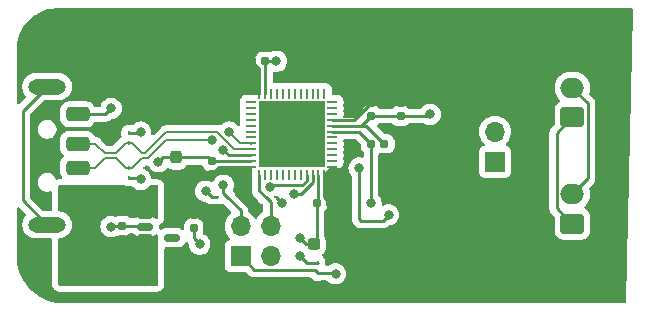
<source format=gbr>
%TF.GenerationSoftware,KiCad,Pcbnew,8.0.3*%
%TF.CreationDate,2024-07-05T22:26:41-07:00*%
%TF.ProjectId,can-opener,63616e2d-6f70-4656-9e65-722e6b696361,rev?*%
%TF.SameCoordinates,Original*%
%TF.FileFunction,Copper,L1,Top*%
%TF.FilePolarity,Positive*%
%FSLAX46Y46*%
G04 Gerber Fmt 4.6, Leading zero omitted, Abs format (unit mm)*
G04 Created by KiCad (PCBNEW 8.0.3) date 2024-07-05 22:26:41*
%MOMM*%
%LPD*%
G01*
G04 APERTURE LIST*
G04 Aperture macros list*
%AMRoundRect*
0 Rectangle with rounded corners*
0 $1 Rounding radius*
0 $2 $3 $4 $5 $6 $7 $8 $9 X,Y pos of 4 corners*
0 Add a 4 corners polygon primitive as box body*
4,1,4,$2,$3,$4,$5,$6,$7,$8,$9,$2,$3,0*
0 Add four circle primitives for the rounded corners*
1,1,$1+$1,$2,$3*
1,1,$1+$1,$4,$5*
1,1,$1+$1,$6,$7*
1,1,$1+$1,$8,$9*
0 Add four rect primitives between the rounded corners*
20,1,$1+$1,$2,$3,$4,$5,0*
20,1,$1+$1,$4,$5,$6,$7,0*
20,1,$1+$1,$6,$7,$8,$9,0*
20,1,$1+$1,$8,$9,$2,$3,0*%
G04 Aperture macros list end*
%TA.AperFunction,SMDPad,CuDef*%
%ADD10RoundRect,0.062500X0.062500X-0.117500X0.062500X0.117500X-0.062500X0.117500X-0.062500X-0.117500X0*%
%TD*%
%TA.AperFunction,SMDPad,CuDef*%
%ADD11RoundRect,0.062500X-0.062500X0.117500X-0.062500X-0.117500X0.062500X-0.117500X0.062500X0.117500X0*%
%TD*%
%TA.AperFunction,ComponentPad*%
%ADD12O,1.700000X1.700000*%
%TD*%
%TA.AperFunction,ComponentPad*%
%ADD13R,1.700000X1.700000*%
%TD*%
%TA.AperFunction,SMDPad,CuDef*%
%ADD14RoundRect,0.150000X-0.512500X-0.150000X0.512500X-0.150000X0.512500X0.150000X-0.512500X0.150000X0*%
%TD*%
%TA.AperFunction,SMDPad,CuDef*%
%ADD15RoundRect,0.062500X0.375000X0.062500X-0.375000X0.062500X-0.375000X-0.062500X0.375000X-0.062500X0*%
%TD*%
%TA.AperFunction,SMDPad,CuDef*%
%ADD16RoundRect,0.062500X0.062500X0.375000X-0.062500X0.375000X-0.062500X-0.375000X0.062500X-0.375000X0*%
%TD*%
%TA.AperFunction,HeatsinkPad*%
%ADD17R,5.600000X5.600000*%
%TD*%
%TA.AperFunction,ComponentPad*%
%ADD18O,2.000000X1.700000*%
%TD*%
%TA.AperFunction,ComponentPad*%
%ADD19RoundRect,0.250000X0.750000X-0.600000X0.750000X0.600000X-0.750000X0.600000X-0.750000X-0.600000X0*%
%TD*%
%TA.AperFunction,SMDPad,CuDef*%
%ADD20RoundRect,0.300000X0.700000X0.300000X-0.700000X0.300000X-0.700000X-0.300000X0.700000X-0.300000X0*%
%TD*%
%TA.AperFunction,ComponentPad*%
%ADD21O,3.200000X1.300000*%
%TD*%
%TA.AperFunction,SMDPad,CuDef*%
%ADD22RoundRect,0.062500X0.117500X0.062500X-0.117500X0.062500X-0.117500X-0.062500X0.117500X-0.062500X0*%
%TD*%
%TA.AperFunction,SMDPad,CuDef*%
%ADD23RoundRect,0.062500X-0.117500X-0.062500X0.117500X-0.062500X0.117500X0.062500X-0.117500X0.062500X0*%
%TD*%
%TA.AperFunction,SMDPad,CuDef*%
%ADD24RoundRect,0.155000X-0.155000X0.212500X-0.155000X-0.212500X0.155000X-0.212500X0.155000X0.212500X0*%
%TD*%
%TA.AperFunction,SMDPad,CuDef*%
%ADD25RoundRect,0.155000X0.155000X-0.212500X0.155000X0.212500X-0.155000X0.212500X-0.155000X-0.212500X0*%
%TD*%
%TA.AperFunction,SMDPad,CuDef*%
%ADD26RoundRect,0.155000X-0.212500X-0.155000X0.212500X-0.155000X0.212500X0.155000X-0.212500X0.155000X0*%
%TD*%
%TA.AperFunction,SMDPad,CuDef*%
%ADD27RoundRect,0.237500X0.237500X-0.300000X0.237500X0.300000X-0.237500X0.300000X-0.237500X-0.300000X0*%
%TD*%
%TA.AperFunction,SMDPad,CuDef*%
%ADD28RoundRect,0.237500X0.300000X0.237500X-0.300000X0.237500X-0.300000X-0.237500X0.300000X-0.237500X0*%
%TD*%
%TA.AperFunction,SMDPad,CuDef*%
%ADD29RoundRect,0.155000X0.212500X0.155000X-0.212500X0.155000X-0.212500X-0.155000X0.212500X-0.155000X0*%
%TD*%
%TA.AperFunction,ViaPad*%
%ADD30C,0.800000*%
%TD*%
%TA.AperFunction,Conductor*%
%ADD31C,0.250000*%
%TD*%
%TA.AperFunction,Conductor*%
%ADD32C,0.200000*%
%TD*%
G04 APERTURE END LIST*
D10*
%TO.P,D505,2,A2*%
%TO.N,/Connectors/USB_DP*%
X101500000Y-87420000D03*
%TO.P,D505,1,A1*%
%TO.N,GND*%
X101500000Y-86580000D03*
%TD*%
D11*
%TO.P,D504,2,A2*%
%TO.N,/Connectors/USB_DN*%
X101500000Y-89580000D03*
%TO.P,D504,1,A1*%
%TO.N,GND*%
X101500000Y-90420000D03*
%TD*%
D12*
%TO.P,J301,2,Pin_2*%
%TO.N,/CAN/CANL*%
X132500000Y-86460000D03*
D13*
%TO.P,J301,1,Pin_1*%
%TO.N,Net-(J301-Pin_1)*%
X132500000Y-89000000D03*
%TD*%
D14*
%TO.P,U401,1,VIN*%
%TO.N,+5V*%
X102862500Y-93550000D03*
%TO.P,U401,2,GND*%
%TO.N,GND*%
X102862500Y-94500000D03*
%TO.P,U401,3,EN*%
%TO.N,+5V*%
X102862500Y-95450000D03*
%TO.P,U401,4,NC*%
%TO.N,unconnected-(U401-NC-Pad4)*%
X105137500Y-95450000D03*
%TO.P,U401,5,VOUT*%
%TO.N,+3V3*%
X105137500Y-93550000D03*
%TD*%
D15*
%TO.P,U201,1,VBAT*%
%TO.N,+3V3*%
X118737500Y-89450000D03*
%TO.P,U201,2,PC13*%
%TO.N,unconnected-(U201-PC13-Pad2)*%
X118737500Y-88950000D03*
%TO.P,U201,3,PC14*%
%TO.N,unconnected-(U201-PC14-Pad3)*%
X118737500Y-88450000D03*
%TO.P,U201,4,PC15*%
%TO.N,unconnected-(U201-PC15-Pad4)*%
X118737500Y-87950000D03*
%TO.P,U201,5,PF0*%
%TO.N,unconnected-(U201-PF0-Pad5)*%
X118737500Y-87450000D03*
%TO.P,U201,6,PF1*%
%TO.N,unconnected-(U201-PF1-Pad6)*%
X118737500Y-86950000D03*
%TO.P,U201,7,NRST*%
%TO.N,/Connectors/nRESET*%
X118737500Y-86450000D03*
%TO.P,U201,8,VSSA*%
%TO.N,GND*%
X118737500Y-85950000D03*
%TO.P,U201,9,VDDA*%
%TO.N,+3V3*%
X118737500Y-85450000D03*
%TO.P,U201,10,PA0*%
%TO.N,unconnected-(U201-PA0-Pad10)*%
X118737500Y-84950000D03*
%TO.P,U201,11,PA1*%
%TO.N,unconnected-(U201-PA1-Pad11)*%
X118737500Y-84450000D03*
%TO.P,U201,12,PA2*%
%TO.N,unconnected-(U201-PA2-Pad12)*%
X118737500Y-83950000D03*
D16*
%TO.P,U201,13,PA3*%
%TO.N,unconnected-(U201-PA3-Pad13)*%
X118050000Y-83262500D03*
%TO.P,U201,14,PA4*%
%TO.N,unconnected-(U201-PA4-Pad14)*%
X117550000Y-83262500D03*
%TO.P,U201,15,PA5*%
%TO.N,unconnected-(U201-PA5-Pad15)*%
X117050000Y-83262500D03*
%TO.P,U201,16,PA6*%
%TO.N,unconnected-(U201-PA6-Pad16)*%
X116550000Y-83262500D03*
%TO.P,U201,17,PA7*%
%TO.N,unconnected-(U201-PA7-Pad17)*%
X116050000Y-83262500D03*
%TO.P,U201,18,PB0*%
%TO.N,unconnected-(U201-PB0-Pad18)*%
X115550000Y-83262500D03*
%TO.P,U201,19,PB1*%
%TO.N,unconnected-(U201-PB1-Pad19)*%
X115050000Y-83262500D03*
%TO.P,U201,20,PB2*%
%TO.N,unconnected-(U201-PB2-Pad20)*%
X114550000Y-83262500D03*
%TO.P,U201,21,PB10*%
%TO.N,unconnected-(U201-PB10-Pad21)*%
X114050000Y-83262500D03*
%TO.P,U201,22,PB11*%
%TO.N,unconnected-(U201-PB11-Pad22)*%
X113550000Y-83262500D03*
%TO.P,U201,23,VSS*%
%TO.N,GND*%
X113050000Y-83262500D03*
%TO.P,U201,24,VDD*%
%TO.N,+3V3*%
X112550000Y-83262500D03*
D15*
%TO.P,U201,25,PB12*%
%TO.N,unconnected-(U201-PB12-Pad25)*%
X111862500Y-83950000D03*
%TO.P,U201,26,PB13*%
%TO.N,unconnected-(U201-PB13-Pad26)*%
X111862500Y-84450000D03*
%TO.P,U201,27,PB14*%
%TO.N,unconnected-(U201-PB14-Pad27)*%
X111862500Y-84950000D03*
%TO.P,U201,28,PB15*%
%TO.N,unconnected-(U201-PB15-Pad28)*%
X111862500Y-85450000D03*
%TO.P,U201,29,PA8*%
%TO.N,unconnected-(U201-PA8-Pad29)*%
X111862500Y-85950000D03*
%TO.P,U201,30,PA9*%
%TO.N,unconnected-(U201-PA9-Pad30)*%
X111862500Y-86450000D03*
%TO.P,U201,31,PA10*%
%TO.N,unconnected-(U201-PA10-Pad31)*%
X111862500Y-86950000D03*
%TO.P,U201,32,PA11*%
%TO.N,/Connectors/USB_DN*%
X111862500Y-87450000D03*
%TO.P,U201,33,PA12*%
%TO.N,/Connectors/USB_DP*%
X111862500Y-87950000D03*
%TO.P,U201,34,PA13*%
%TO.N,/Connectors/SWDIO*%
X111862500Y-88450000D03*
%TO.P,U201,35,VSS*%
%TO.N,GND*%
X111862500Y-88950000D03*
%TO.P,U201,36,VDDIO2*%
%TO.N,+3V3*%
X111862500Y-89450000D03*
D16*
%TO.P,U201,37,PA14*%
%TO.N,/Connectors/SWCLK*%
X112550000Y-90137500D03*
%TO.P,U201,38,PA15*%
%TO.N,unconnected-(U201-PA15-Pad38)*%
X113050000Y-90137500D03*
%TO.P,U201,39,PB3*%
%TO.N,unconnected-(U201-PB3-Pad39)*%
X113550000Y-90137500D03*
%TO.P,U201,40,PB4*%
%TO.N,unconnected-(U201-PB4-Pad40)*%
X114050000Y-90137500D03*
%TO.P,U201,41,PB5*%
%TO.N,unconnected-(U201-PB5-Pad41)*%
X114550000Y-90137500D03*
%TO.P,U201,42,PB6*%
%TO.N,unconnected-(U201-PB6-Pad42)*%
X115050000Y-90137500D03*
%TO.P,U201,43,PB7*%
%TO.N,unconnected-(U201-PB7-Pad43)*%
X115550000Y-90137500D03*
%TO.P,U201,44,PF11*%
%TO.N,unconnected-(U201-PF11-Pad44)*%
X116050000Y-90137500D03*
%TO.P,U201,45,PB8*%
%TO.N,/CAN/RXD*%
X116550000Y-90137500D03*
%TO.P,U201,46,PB9*%
%TO.N,/CAN/TXD*%
X117050000Y-90137500D03*
%TO.P,U201,47,VSS*%
%TO.N,GND*%
X117550000Y-90137500D03*
%TO.P,U201,48,VDD*%
%TO.N,+3V3*%
X118050000Y-90137500D03*
D17*
%TO.P,U201,49,VSS*%
%TO.N,GND*%
X115300000Y-86700000D03*
%TD*%
D13*
%TO.P,J504,1,Pin_1*%
%TO.N,/Connectors/nRESET*%
X110960000Y-97000000D03*
D12*
%TO.P,J504,2,Pin_2*%
%TO.N,/Connectors/SWDIO*%
X110960000Y-94460000D03*
%TO.P,J504,3,Pin_3*%
%TO.N,GND*%
X113500000Y-97000000D03*
%TO.P,J504,4,Pin_4*%
%TO.N,/Connectors/SWCLK*%
X113500000Y-94460000D03*
%TD*%
D18*
%TO.P,J503,2,Pin_2*%
%TO.N,/CAN/CANH*%
X139050000Y-82750000D03*
D19*
%TO.P,J503,1,Pin_1*%
%TO.N,/CAN/CANL*%
X139050000Y-85250000D03*
%TD*%
D18*
%TO.P,J502,2,Pin_2*%
%TO.N,/CAN/CANH*%
X139050000Y-91750000D03*
D19*
%TO.P,J502,1,Pin_1*%
%TO.N,/CAN/CANL*%
X139050000Y-94250000D03*
%TD*%
D20*
%TO.P,J501,1,VBUS*%
%TO.N,+5V*%
X97175000Y-92000000D03*
%TO.P,J501,2,D-*%
%TO.N,/Connectors/USB_DN*%
X97175000Y-89500000D03*
%TO.P,J501,3,D+*%
%TO.N,/Connectors/USB_DP*%
X97175000Y-87500000D03*
%TO.P,J501,4,GND*%
%TO.N,GND*%
X97175000Y-85000000D03*
D21*
%TO.P,J501,5,Shield*%
%TO.N,unconnected-(J501-Shield-Pad5)*%
X94575000Y-94350000D03*
X94575000Y-82650000D03*
%TD*%
D10*
%TO.P,D503,2,A2*%
%TO.N,/Connectors/nRESET*%
X117500000Y-98420000D03*
%TO.P,D503,1,A1*%
%TO.N,GND*%
X117500000Y-97580000D03*
%TD*%
D22*
%TO.P,D502,2,A2*%
%TO.N,/Connectors/SWDIO*%
X109840000Y-92000000D03*
%TO.P,D502,1,A1*%
%TO.N,GND*%
X109000000Y-92000000D03*
%TD*%
D23*
%TO.P,D501,2,A2*%
%TO.N,/Connectors/SWCLK*%
X113080000Y-92000000D03*
%TO.P,D501,1,A1*%
%TO.N,GND*%
X113920000Y-92000000D03*
%TD*%
D24*
%TO.P,C402,1*%
%TO.N,+3V3*%
X107000000Y-93500000D03*
%TO.P,C402,2*%
%TO.N,GND*%
X107000000Y-94635000D03*
%TD*%
D25*
%TO.P,C401,2*%
%TO.N,GND*%
X100932500Y-94432500D03*
%TO.P,C401,1*%
%TO.N,+5V*%
X100932500Y-95567500D03*
%TD*%
D26*
%TO.P,C201,1*%
%TO.N,/Connectors/nRESET*%
X122000000Y-87500000D03*
%TO.P,C201,2*%
%TO.N,GND*%
X123135000Y-87500000D03*
%TD*%
D24*
%TO.P,C208,1*%
%TO.N,+3V3*%
X124500000Y-84000000D03*
%TO.P,C208,2*%
%TO.N,GND*%
X124500000Y-85135000D03*
%TD*%
%TO.P,C207,1*%
%TO.N,+3V3*%
X122000000Y-84000000D03*
%TO.P,C207,2*%
%TO.N,GND*%
X122000000Y-85135000D03*
%TD*%
D27*
%TO.P,C206,1*%
%TO.N,+3V3*%
X105500000Y-90362500D03*
%TO.P,C206,2*%
%TO.N,GND*%
X105500000Y-88637500D03*
%TD*%
D28*
%TO.P,C205,1*%
%TO.N,+3V3*%
X118862500Y-96000000D03*
%TO.P,C205,2*%
%TO.N,GND*%
X117137500Y-96000000D03*
%TD*%
D29*
%TO.P,C204,1*%
%TO.N,+3V3*%
X118567500Y-92500000D03*
%TO.P,C204,2*%
%TO.N,GND*%
X117432500Y-92500000D03*
%TD*%
D26*
%TO.P,C203,1*%
%TO.N,+3V3*%
X111932500Y-80500000D03*
%TO.P,C203,2*%
%TO.N,GND*%
X113067500Y-80500000D03*
%TD*%
D25*
%TO.P,C202,1*%
%TO.N,+3V3*%
X108500000Y-90067500D03*
%TO.P,C202,2*%
%TO.N,GND*%
X108500000Y-88932500D03*
%TD*%
D30*
%TO.N,GND*%
X104000000Y-89000000D03*
X123500000Y-93500000D03*
X121000000Y-89540000D03*
%TO.N,/Connectors/nRESET*%
X122000000Y-92500000D03*
X119000000Y-98500000D03*
%TO.N,+5V*%
X103000000Y-97500000D03*
%TO.N,GND*%
X108000000Y-91500000D03*
X100000000Y-84500000D03*
%TO.N,/Connectors/USB_DN*%
X110000000Y-86500000D03*
X108500000Y-87200000D03*
%TO.N,GND*%
X113500000Y-86000000D03*
X117000000Y-85500000D03*
X115541296Y-88340141D03*
X114000000Y-80500000D03*
X116000000Y-97000000D03*
%TO.N,/CAN/RXD*%
X113444738Y-91173883D03*
%TO.N,GND*%
X114500000Y-92500000D03*
X116000000Y-95500000D03*
X107500000Y-96000000D03*
%TO.N,/Connectors/SWDIO*%
X109500000Y-91000000D03*
X109500000Y-88000000D03*
%TO.N,/CAN/TXD*%
X115500000Y-91725000D03*
%TO.N,+3V3*%
X130500000Y-87000000D03*
%TO.N,GND*%
X127000000Y-85000000D03*
X102500000Y-86500000D03*
X102500000Y-90500000D03*
X100000000Y-94500000D03*
%TD*%
D31*
%TO.N,+3V3*%
X118737500Y-89450000D02*
X118050000Y-90137500D01*
%TO.N,unconnected-(J501-Shield-Pad5)*%
X92500000Y-92275000D02*
X94575000Y-94350000D01*
X92500000Y-84725000D02*
X92500000Y-92275000D01*
X94575000Y-82650000D02*
X92500000Y-84725000D01*
%TO.N,GND*%
X104362500Y-88637500D02*
X104000000Y-89000000D01*
X105500000Y-88637500D02*
X104362500Y-88637500D01*
X123000000Y-94000000D02*
X123500000Y-93500000D01*
X121118118Y-94000000D02*
X123000000Y-94000000D01*
X121000000Y-93881882D02*
X121118118Y-94000000D01*
X121000000Y-89540000D02*
X121000000Y-93881882D01*
%TO.N,/Connectors/nRESET*%
X122000000Y-92500000D02*
X122000000Y-87500000D01*
X118920000Y-98420000D02*
X119000000Y-98500000D01*
X117500000Y-98420000D02*
X118920000Y-98420000D01*
%TO.N,GND*%
X108500000Y-92000000D02*
X108000000Y-91500000D01*
X109000000Y-92000000D02*
X108500000Y-92000000D01*
X99500000Y-85000000D02*
X100000000Y-84500000D01*
X97175000Y-85000000D02*
X99500000Y-85000000D01*
X121585000Y-85950000D02*
X120500000Y-85950000D01*
X120500000Y-85950000D02*
X118737500Y-85950000D01*
X121000000Y-85950000D02*
X120500000Y-85950000D01*
X123135000Y-87500000D02*
X121585000Y-85950000D01*
D32*
%TO.N,/Connectors/USB_DP*%
X102625001Y-88275000D02*
X101770001Y-87420000D01*
X102906800Y-88275000D02*
X102625001Y-88275000D01*
X104681800Y-86500000D02*
X102906800Y-88275000D01*
X101770001Y-87420000D02*
X101500000Y-87420000D01*
X110439950Y-87950000D02*
X108989950Y-86500000D01*
X111862500Y-87950000D02*
X110439950Y-87950000D01*
X108989950Y-86500000D02*
X104681800Y-86500000D01*
%TO.N,/Connectors/USB_DN*%
X103093200Y-88725000D02*
X102625001Y-88725000D01*
X101770001Y-89580000D02*
X101500000Y-89580000D01*
X104618200Y-87200000D02*
X103093200Y-88725000D01*
X108500000Y-87200000D02*
X104618200Y-87200000D01*
X102625001Y-88725000D02*
X101770001Y-89580000D01*
X110950000Y-87450000D02*
X110000000Y-86500000D01*
X111862500Y-87450000D02*
X110950000Y-87450000D01*
D31*
%TO.N,GND*%
X113067500Y-80500000D02*
X114000000Y-80500000D01*
%TO.N,+3V3*%
X112550000Y-83262500D02*
X112550000Y-81117500D01*
X112550000Y-81117500D02*
X111932500Y-80500000D01*
%TO.N,GND*%
X113067500Y-83245000D02*
X113050000Y-83262500D01*
X113067500Y-80500000D02*
X113067500Y-83245000D01*
X116580000Y-97580000D02*
X116000000Y-97000000D01*
X117500000Y-97580000D02*
X116580000Y-97580000D01*
%TO.N,/Connectors/nRESET*%
X117255000Y-98175000D02*
X117500000Y-98420000D01*
X112135000Y-98175000D02*
X117255000Y-98175000D01*
X110960000Y-97000000D02*
X112135000Y-98175000D01*
%TO.N,/CAN/RXD*%
X113618621Y-91000000D02*
X113444738Y-91173883D01*
X116174740Y-91000000D02*
X113618621Y-91000000D01*
%TO.N,/Connectors/SWCLK*%
X112550000Y-91470000D02*
X112550000Y-90137500D01*
X113080000Y-92000000D02*
X112550000Y-91470000D01*
X113500000Y-92420000D02*
X113080000Y-92000000D01*
X113500000Y-94460000D02*
X113500000Y-92420000D01*
%TO.N,GND*%
X114000000Y-92000000D02*
X114500000Y-92500000D01*
X113920000Y-92000000D02*
X114000000Y-92000000D01*
X116500000Y-96000000D02*
X116000000Y-95500000D01*
X117137500Y-96000000D02*
X116500000Y-96000000D01*
X107000000Y-95500000D02*
X107500000Y-96000000D01*
X107000000Y-94635000D02*
X107000000Y-95500000D01*
%TO.N,/Connectors/SWDIO*%
X110960000Y-93120000D02*
X110960000Y-94460000D01*
X109840000Y-92000000D02*
X110960000Y-93120000D01*
X109500000Y-91660000D02*
X109840000Y-92000000D01*
X109500000Y-91000000D02*
X109500000Y-91660000D01*
X109950000Y-88450000D02*
X109500000Y-88000000D01*
X111862500Y-88450000D02*
X109950000Y-88450000D01*
%TO.N,/CAN/TXD*%
X116086136Y-91725000D02*
X115500000Y-91725000D01*
X117050000Y-90761136D02*
X116086136Y-91725000D01*
X117050000Y-90137500D02*
X117050000Y-90761136D01*
%TO.N,/CAN/RXD*%
X116550000Y-90624740D02*
X116174740Y-91000000D01*
X116550000Y-90137500D02*
X116550000Y-90624740D01*
%TO.N,+3V3*%
X120550000Y-85450000D02*
X118737500Y-85450000D01*
X122000000Y-84000000D02*
X120550000Y-85450000D01*
X124500000Y-84000000D02*
X122000000Y-84000000D01*
%TO.N,GND*%
X126865000Y-85135000D02*
X127000000Y-85000000D01*
X124500000Y-85135000D02*
X126865000Y-85135000D01*
X121185000Y-85950000D02*
X121000000Y-85950000D01*
X122000000Y-85135000D02*
X121185000Y-85950000D01*
X122000000Y-85135000D02*
X124500000Y-85135000D01*
%TO.N,/Connectors/nRESET*%
X120950000Y-86450000D02*
X118737500Y-86450000D01*
X122000000Y-87500000D02*
X120950000Y-86450000D01*
%TO.N,/CAN/CANL*%
X137725000Y-92925000D02*
X139050000Y-94250000D01*
X137725000Y-86575000D02*
X137725000Y-92925000D01*
X139050000Y-85250000D02*
X137725000Y-86575000D01*
%TO.N,/CAN/CANH*%
X140375000Y-90425000D02*
X139050000Y-91750000D01*
X139050000Y-82750000D02*
X140375000Y-84075000D01*
X140375000Y-84075000D02*
X140375000Y-90425000D01*
%TO.N,+3V3*%
X118567500Y-95705000D02*
X118862500Y-96000000D01*
X118567500Y-92500000D02*
X118567500Y-95705000D01*
X118050000Y-91982500D02*
X118567500Y-92500000D01*
X118050000Y-90137500D02*
X118050000Y-91982500D01*
%TO.N,GND*%
X117432500Y-95705000D02*
X117137500Y-96000000D01*
X117432500Y-92500000D02*
X117432500Y-95705000D01*
X117550000Y-92382500D02*
X117432500Y-92500000D01*
X117550000Y-90137500D02*
X117550000Y-92382500D01*
%TO.N,+5V*%
X101050000Y-95450000D02*
X100932500Y-95567500D01*
X102862500Y-95450000D02*
X101050000Y-95450000D01*
%TO.N,GND*%
X102420000Y-86580000D02*
X102500000Y-86500000D01*
X101500000Y-86580000D02*
X102420000Y-86580000D01*
X102420000Y-90420000D02*
X102500000Y-90500000D01*
X101500000Y-90420000D02*
X102420000Y-90420000D01*
X100067500Y-94432500D02*
X100000000Y-94500000D01*
X100932500Y-94432500D02*
X100067500Y-94432500D01*
X100932500Y-94432500D02*
X102795000Y-94432500D01*
X102795000Y-94432500D02*
X102862500Y-94500000D01*
%TO.N,+3V3*%
X111862500Y-89450000D02*
X109117500Y-89450000D01*
X109117500Y-89450000D02*
X108500000Y-90067500D01*
X108205000Y-90362500D02*
X108500000Y-90067500D01*
X105500000Y-90362500D02*
X108205000Y-90362500D01*
%TO.N,GND*%
X108500000Y-88932500D02*
X111845000Y-88932500D01*
X111845000Y-88932500D02*
X111862500Y-88950000D01*
X108205000Y-88637500D02*
X108500000Y-88932500D01*
X105500000Y-88637500D02*
X108205000Y-88637500D01*
D32*
%TO.N,/Connectors/USB_DN*%
X111812500Y-87500000D02*
X111862500Y-87450000D01*
X101229999Y-89580000D02*
X101500000Y-89580000D01*
X100374999Y-88725000D02*
X101229999Y-89580000D01*
X98675001Y-89500000D02*
X99450001Y-88725000D01*
%TO.N,/Connectors/USB_DP*%
X101229999Y-87420000D02*
X101500000Y-87420000D01*
X100374999Y-88275000D02*
X101229999Y-87420000D01*
%TO.N,/Connectors/USB_DN*%
X97175000Y-89500000D02*
X98675001Y-89500000D01*
%TO.N,/Connectors/USB_DP*%
X98675001Y-87500000D02*
X99450001Y-88275000D01*
%TO.N,/Connectors/USB_DN*%
X99450001Y-88725000D02*
X100374999Y-88725000D01*
%TO.N,/Connectors/USB_DP*%
X97175000Y-87500000D02*
X98675001Y-87500000D01*
X99450001Y-88275000D02*
X100374999Y-88275000D01*
%TD*%
%TA.AperFunction,Conductor*%
%TO.N,+5V*%
G36*
X101140360Y-91019685D02*
G01*
X101148806Y-91025622D01*
X101153571Y-91029279D01*
X101290528Y-91086009D01*
X101400599Y-91100500D01*
X101599400Y-91100499D01*
X101599403Y-91100499D01*
X101709468Y-91086010D01*
X101717321Y-91083906D01*
X101717924Y-91086159D01*
X101775484Y-91079965D01*
X101837966Y-91111234D01*
X101845628Y-91119023D01*
X101894132Y-91172891D01*
X101894135Y-91172893D01*
X102047265Y-91284148D01*
X102047270Y-91284151D01*
X102220192Y-91361142D01*
X102220197Y-91361144D01*
X102405354Y-91400500D01*
X102405355Y-91400500D01*
X102594644Y-91400500D01*
X102594646Y-91400500D01*
X102779803Y-91361144D01*
X102952730Y-91284151D01*
X103105871Y-91172888D01*
X103196271Y-91072489D01*
X103224599Y-91041028D01*
X103284086Y-91004379D01*
X103316749Y-91000000D01*
X103876000Y-91000000D01*
X103943039Y-91019685D01*
X103988794Y-91072489D01*
X104000000Y-91124000D01*
X104000000Y-93202001D01*
X103995076Y-93236596D01*
X103977403Y-93297424D01*
X103977401Y-93297436D01*
X103974500Y-93334298D01*
X103974500Y-93732104D01*
X103954815Y-93799143D01*
X103902011Y-93844898D01*
X103832853Y-93854842D01*
X103784502Y-93834330D01*
X103783580Y-93835890D01*
X103635396Y-93748255D01*
X103635393Y-93748254D01*
X103477573Y-93702402D01*
X103477567Y-93702401D01*
X103440701Y-93699500D01*
X103440694Y-93699500D01*
X102284306Y-93699500D01*
X102284298Y-93699500D01*
X102247432Y-93702401D01*
X102247426Y-93702402D01*
X102089606Y-93748254D01*
X102089603Y-93748255D01*
X102019470Y-93789732D01*
X101956349Y-93807000D01*
X101652879Y-93807000D01*
X101585840Y-93787315D01*
X101565202Y-93770685D01*
X101492454Y-93697937D01*
X101492453Y-93697936D01*
X101492450Y-93697934D01*
X101381787Y-93632488D01*
X101349900Y-93613630D01*
X101349899Y-93613629D01*
X101349898Y-93613629D01*
X101349895Y-93613628D01*
X101190862Y-93567424D01*
X101190856Y-93567423D01*
X101153703Y-93564500D01*
X100711309Y-93564500D01*
X100711284Y-93564501D01*
X100674141Y-93567424D01*
X100515104Y-93613628D01*
X100515097Y-93613631D01*
X100444791Y-93655209D01*
X100377067Y-93672390D01*
X100331236Y-93661755D01*
X100279807Y-93638857D01*
X100279802Y-93638855D01*
X100134001Y-93607865D01*
X100094646Y-93599500D01*
X99905354Y-93599500D01*
X99872897Y-93606398D01*
X99720197Y-93638855D01*
X99720192Y-93638857D01*
X99547270Y-93715848D01*
X99547265Y-93715851D01*
X99394129Y-93827111D01*
X99267466Y-93967785D01*
X99172821Y-94131715D01*
X99172818Y-94131722D01*
X99131318Y-94259448D01*
X99114326Y-94311744D01*
X99094540Y-94500000D01*
X99114326Y-94688256D01*
X99114327Y-94688259D01*
X99172818Y-94868277D01*
X99172821Y-94868284D01*
X99267467Y-95032216D01*
X99293235Y-95060834D01*
X99394129Y-95172888D01*
X99547265Y-95284148D01*
X99547270Y-95284151D01*
X99720192Y-95361142D01*
X99720197Y-95361144D01*
X99905354Y-95400500D01*
X99905355Y-95400500D01*
X100094644Y-95400500D01*
X100094646Y-95400500D01*
X100279803Y-95361144D01*
X100452730Y-95284151D01*
X100453625Y-95283500D01*
X100454230Y-95283284D01*
X100458357Y-95280902D01*
X100458792Y-95281656D01*
X100519425Y-95260016D01*
X100561107Y-95264736D01*
X100674142Y-95297576D01*
X100711297Y-95300500D01*
X101153702Y-95300499D01*
X101190858Y-95297576D01*
X101349900Y-95251370D01*
X101492454Y-95167063D01*
X101565199Y-95094317D01*
X101626520Y-95060834D01*
X101652879Y-95058000D01*
X101786692Y-95058000D01*
X101853731Y-95077685D01*
X101874368Y-95094314D01*
X101948135Y-95168081D01*
X102089602Y-95251744D01*
X102118074Y-95260016D01*
X102247426Y-95297597D01*
X102247429Y-95297597D01*
X102247431Y-95297598D01*
X102284306Y-95300500D01*
X102284314Y-95300500D01*
X103440686Y-95300500D01*
X103440694Y-95300500D01*
X103477569Y-95297598D01*
X103477571Y-95297597D01*
X103477573Y-95297597D01*
X103579806Y-95267895D01*
X103635398Y-95251744D01*
X103768737Y-95172888D01*
X103783580Y-95164110D01*
X103784655Y-95165928D01*
X103839532Y-95144381D01*
X103908050Y-95158059D01*
X103958296Y-95206609D01*
X103974500Y-95267895D01*
X103974500Y-95665701D01*
X103977401Y-95702567D01*
X103977402Y-95702569D01*
X103995076Y-95763404D01*
X104000000Y-95797997D01*
X104000000Y-99376000D01*
X103980315Y-99443039D01*
X103927511Y-99488794D01*
X103876000Y-99500000D01*
X95624000Y-99500000D01*
X95556961Y-99480315D01*
X95511206Y-99427511D01*
X95500000Y-99376000D01*
X95500000Y-95624218D01*
X95519685Y-95557179D01*
X95572489Y-95511424D01*
X95610772Y-95501508D01*
X95610734Y-95501263D01*
X95613270Y-95500861D01*
X95614283Y-95500599D01*
X95615534Y-95500500D01*
X95615546Y-95500500D01*
X95794409Y-95472171D01*
X95966639Y-95416211D01*
X96127994Y-95333996D01*
X96274501Y-95227553D01*
X96402553Y-95099501D01*
X96508996Y-94952994D01*
X96591211Y-94791639D01*
X96647171Y-94619409D01*
X96661765Y-94527259D01*
X96675500Y-94440551D01*
X96675500Y-94259448D01*
X96648598Y-94089602D01*
X96647171Y-94080591D01*
X96591211Y-93908361D01*
X96591211Y-93908360D01*
X96553490Y-93834330D01*
X96508996Y-93747006D01*
X96486359Y-93715848D01*
X96402558Y-93600505D01*
X96402554Y-93600500D01*
X96274499Y-93472445D01*
X96274494Y-93472441D01*
X96127997Y-93366006D01*
X96127996Y-93366005D01*
X96127994Y-93366004D01*
X96065768Y-93334298D01*
X95966639Y-93283788D01*
X95966636Y-93283787D01*
X95794410Y-93227829D01*
X95615544Y-93199498D01*
X95614263Y-93199398D01*
X95613805Y-93199223D01*
X95610734Y-93198737D01*
X95610836Y-93198091D01*
X95548976Y-93174510D01*
X95507509Y-93118276D01*
X95500000Y-93075781D01*
X95500000Y-91124000D01*
X95519685Y-91056961D01*
X95572489Y-91011206D01*
X95624000Y-91000000D01*
X101073321Y-91000000D01*
X101140360Y-91019685D01*
G37*
%TD.AperFunction*%
%TD*%
%TA.AperFunction,Conductor*%
%TO.N,+3V3*%
G36*
X144118031Y-76019685D02*
G01*
X144163786Y-76072489D01*
X144174961Y-76126755D01*
X143624916Y-100878755D01*
X143603747Y-100945340D01*
X143549940Y-100989911D01*
X143500947Y-101000000D01*
X96000787Y-101000000D01*
X95999266Y-100999991D01*
X95808937Y-100997656D01*
X95798304Y-100997068D01*
X95418781Y-100959688D01*
X95406744Y-100957902D01*
X95033474Y-100883654D01*
X95021670Y-100880698D01*
X94657455Y-100770214D01*
X94645997Y-100766114D01*
X94294372Y-100620467D01*
X94283372Y-100615264D01*
X93947724Y-100435856D01*
X93937286Y-100429600D01*
X93620830Y-100218150D01*
X93611057Y-100210902D01*
X93316851Y-99969455D01*
X93307834Y-99961282D01*
X93038717Y-99692165D01*
X93030544Y-99683148D01*
X92993084Y-99637503D01*
X92789097Y-99388942D01*
X92781849Y-99379169D01*
X92586312Y-99086528D01*
X92570396Y-99062708D01*
X92564143Y-99052275D01*
X92553420Y-99032214D01*
X92384734Y-98716626D01*
X92379532Y-98705627D01*
X92233885Y-98354002D01*
X92229785Y-98342544D01*
X92214998Y-98293797D01*
X92119300Y-97978327D01*
X92116345Y-97966525D01*
X92042096Y-97593249D01*
X92040311Y-97581218D01*
X92037187Y-97549500D01*
X92002930Y-97201681D01*
X92002343Y-97191075D01*
X92000009Y-97000732D01*
X92000000Y-96999212D01*
X92000000Y-92958952D01*
X92019685Y-92891913D01*
X92072489Y-92846158D01*
X92141647Y-92836214D01*
X92205203Y-92865239D01*
X92211681Y-92871271D01*
X92756497Y-93416087D01*
X92789982Y-93477410D01*
X92784998Y-93547102D01*
X92756497Y-93591449D01*
X92747445Y-93600500D01*
X92747441Y-93600505D01*
X92641006Y-93747002D01*
X92558788Y-93908360D01*
X92558787Y-93908363D01*
X92502829Y-94080589D01*
X92474500Y-94259448D01*
X92474500Y-94440551D01*
X92502829Y-94619410D01*
X92558787Y-94791636D01*
X92558788Y-94791639D01*
X92578434Y-94830195D01*
X92639916Y-94950859D01*
X92641006Y-94952997D01*
X92747441Y-95099494D01*
X92747445Y-95099499D01*
X92875500Y-95227554D01*
X92875505Y-95227558D01*
X92909772Y-95252454D01*
X93022006Y-95333996D01*
X93127484Y-95387740D01*
X93183360Y-95416211D01*
X93183363Y-95416212D01*
X93251631Y-95438393D01*
X93355591Y-95472171D01*
X93438429Y-95485291D01*
X93534449Y-95500500D01*
X93534454Y-95500500D01*
X94870500Y-95500500D01*
X94937539Y-95520185D01*
X94983294Y-95572989D01*
X94994500Y-95624500D01*
X94994500Y-99376000D01*
X94994501Y-99376009D01*
X95006052Y-99483450D01*
X95006054Y-99483462D01*
X95017260Y-99534972D01*
X95051383Y-99637497D01*
X95051386Y-99637503D01*
X95129171Y-99758537D01*
X95129179Y-99758548D01*
X95174923Y-99811340D01*
X95174926Y-99811343D01*
X95174930Y-99811347D01*
X95283664Y-99905567D01*
X95283667Y-99905568D01*
X95283668Y-99905569D01*
X95405659Y-99961282D01*
X95414541Y-99965338D01*
X95481580Y-99985023D01*
X95481584Y-99985024D01*
X95624000Y-100005500D01*
X95624003Y-100005500D01*
X103875990Y-100005500D01*
X103876000Y-100005500D01*
X103983456Y-99993947D01*
X104034967Y-99982741D01*
X104074885Y-99969455D01*
X104137497Y-99948616D01*
X104137501Y-99948613D01*
X104137504Y-99948613D01*
X104258543Y-99870825D01*
X104311347Y-99825070D01*
X104405567Y-99716336D01*
X104465338Y-99585459D01*
X104485023Y-99518420D01*
X104485024Y-99518416D01*
X104505500Y-99376000D01*
X104505500Y-96374500D01*
X104525185Y-96307461D01*
X104577989Y-96261706D01*
X104629500Y-96250500D01*
X105715686Y-96250500D01*
X105715694Y-96250500D01*
X105752569Y-96247598D01*
X105752571Y-96247597D01*
X105752573Y-96247597D01*
X105813072Y-96230020D01*
X105910398Y-96201744D01*
X106051865Y-96118081D01*
X106168081Y-96001865D01*
X106251744Y-95860398D01*
X106251745Y-95860394D01*
X106254399Y-95854262D01*
X106299090Y-95800555D01*
X106365723Y-95779535D01*
X106433142Y-95797876D01*
X106471299Y-95834615D01*
X106479912Y-95847504D01*
X106479913Y-95847509D01*
X106479915Y-95847509D01*
X106514141Y-95898733D01*
X106514144Y-95898736D01*
X106561038Y-95945629D01*
X106594524Y-96006952D01*
X106596678Y-96020343D01*
X106614326Y-96188256D01*
X106614327Y-96188259D01*
X106672818Y-96368277D01*
X106672821Y-96368284D01*
X106767467Y-96532216D01*
X106857063Y-96631722D01*
X106894129Y-96672888D01*
X107047265Y-96784148D01*
X107047270Y-96784151D01*
X107220192Y-96861142D01*
X107220197Y-96861144D01*
X107405354Y-96900500D01*
X107405355Y-96900500D01*
X107594644Y-96900500D01*
X107594646Y-96900500D01*
X107779803Y-96861144D01*
X107952730Y-96784151D01*
X108105871Y-96672888D01*
X108232533Y-96532216D01*
X108327179Y-96368284D01*
X108385674Y-96188256D01*
X108405460Y-96000000D01*
X108385674Y-95811744D01*
X108329960Y-95640274D01*
X108327181Y-95631722D01*
X108327180Y-95631721D01*
X108327179Y-95631716D01*
X108232533Y-95467784D01*
X108105871Y-95327112D01*
X108094234Y-95318657D01*
X107952734Y-95215851D01*
X107952732Y-95215850D01*
X107854850Y-95172269D01*
X107801614Y-95127018D01*
X107781293Y-95060169D01*
X107786210Y-95024399D01*
X107807576Y-94950858D01*
X107810500Y-94913703D01*
X107810499Y-94356298D01*
X107807576Y-94319142D01*
X107761370Y-94160100D01*
X107677063Y-94017546D01*
X107677061Y-94017544D01*
X107677058Y-94017540D01*
X107559959Y-93900441D01*
X107559950Y-93900434D01*
X107417398Y-93816129D01*
X107417395Y-93816128D01*
X107258362Y-93769924D01*
X107258356Y-93769923D01*
X107221203Y-93767000D01*
X106778809Y-93767000D01*
X106778784Y-93767001D01*
X106741645Y-93769923D01*
X106582599Y-93816130D01*
X106440049Y-93900434D01*
X106440040Y-93900441D01*
X106322941Y-94017540D01*
X106322934Y-94017549D01*
X106238629Y-94160101D01*
X106238628Y-94160104D01*
X106192424Y-94319137D01*
X106192423Y-94319143D01*
X106189500Y-94356289D01*
X106189500Y-94645921D01*
X106169815Y-94712960D01*
X106117011Y-94758715D01*
X106047853Y-94768659D01*
X106002379Y-94752653D01*
X105940146Y-94715849D01*
X105910398Y-94698256D01*
X105910397Y-94698255D01*
X105910396Y-94698255D01*
X105910393Y-94698254D01*
X105752573Y-94652402D01*
X105752567Y-94652401D01*
X105715701Y-94649500D01*
X105715694Y-94649500D01*
X104559306Y-94649500D01*
X104559298Y-94649500D01*
X104522432Y-94652401D01*
X104522426Y-94652402D01*
X104364606Y-94698254D01*
X104364605Y-94698254D01*
X104303304Y-94734507D01*
X104235580Y-94751688D01*
X104169317Y-94729528D01*
X104167658Y-94728352D01*
X104142660Y-94710300D01*
X104142656Y-94710298D01*
X104142655Y-94710298D01*
X104108166Y-94698104D01*
X104051522Y-94657198D01*
X104025986Y-94592162D01*
X104025500Y-94581196D01*
X104025500Y-94422942D01*
X104045185Y-94355903D01*
X104097989Y-94310148D01*
X104109576Y-94305825D01*
X104112002Y-94304718D01*
X104112004Y-94304717D01*
X104233043Y-94226929D01*
X104285847Y-94181174D01*
X104380067Y-94072440D01*
X104439838Y-93941563D01*
X104459523Y-93874524D01*
X104459524Y-93874520D01*
X104480000Y-93732104D01*
X104480000Y-93393166D01*
X104482778Y-93367068D01*
X104490912Y-93329286D01*
X104495532Y-93307827D01*
X104500456Y-93273232D01*
X104505500Y-93202001D01*
X104505500Y-91124000D01*
X104493947Y-91016544D01*
X104482741Y-90965033D01*
X104467064Y-90917931D01*
X104448616Y-90862502D01*
X104448613Y-90862496D01*
X104370826Y-90741458D01*
X104370819Y-90741449D01*
X104325076Y-90688659D01*
X104325072Y-90688656D01*
X104325070Y-90688653D01*
X104216336Y-90594433D01*
X104216333Y-90594431D01*
X104216331Y-90594430D01*
X104085465Y-90534664D01*
X104085460Y-90534662D01*
X104085459Y-90534662D01*
X104018420Y-90514977D01*
X104018422Y-90514977D01*
X104018417Y-90514976D01*
X103956347Y-90506052D01*
X103876000Y-90494500D01*
X103875998Y-90494500D01*
X103516532Y-90494500D01*
X103449493Y-90474815D01*
X103403738Y-90422011D01*
X103393211Y-90383464D01*
X103385674Y-90311744D01*
X103327179Y-90131716D01*
X103232533Y-89967784D01*
X103105871Y-89827112D01*
X103069243Y-89800500D01*
X102952734Y-89715851D01*
X102952732Y-89715850D01*
X102952361Y-89715685D01*
X102933832Y-89707434D01*
X102792798Y-89644641D01*
X102739562Y-89599390D01*
X102719241Y-89532541D01*
X102738287Y-89465317D01*
X102755548Y-89443687D01*
X102837419Y-89361818D01*
X102898742Y-89328333D01*
X102925099Y-89325500D01*
X103006531Y-89325500D01*
X103006547Y-89325501D01*
X103014143Y-89325501D01*
X103076529Y-89325501D01*
X103143568Y-89345186D01*
X103183915Y-89387500D01*
X103267467Y-89532216D01*
X103368695Y-89644641D01*
X103394129Y-89672888D01*
X103547265Y-89784148D01*
X103547270Y-89784151D01*
X103720192Y-89861142D01*
X103720197Y-89861144D01*
X103905354Y-89900500D01*
X103905355Y-89900500D01*
X104094644Y-89900500D01*
X104094646Y-89900500D01*
X104279803Y-89861144D01*
X104452730Y-89784151D01*
X104605871Y-89672888D01*
X104694876Y-89574037D01*
X104754363Y-89537389D01*
X104824220Y-89538720D01*
X104852123Y-89551472D01*
X104948475Y-89610903D01*
X104948478Y-89610904D01*
X104948484Y-89610908D01*
X105112247Y-89665174D01*
X105213323Y-89675500D01*
X105786676Y-89675499D01*
X105786684Y-89675498D01*
X105786687Y-89675498D01*
X105842030Y-89669844D01*
X105887753Y-89665174D01*
X106051516Y-89610908D01*
X106198350Y-89520340D01*
X106320340Y-89398350D01*
X106342873Y-89361818D01*
X106367494Y-89321903D01*
X106419442Y-89275178D01*
X106473032Y-89263000D01*
X107603576Y-89263000D01*
X107670615Y-89282685D01*
X107716370Y-89335489D01*
X107722652Y-89352405D01*
X107738628Y-89407395D01*
X107738629Y-89407398D01*
X107822934Y-89549950D01*
X107822941Y-89549959D01*
X107940040Y-89667058D01*
X107940049Y-89667065D01*
X107954310Y-89675499D01*
X108082600Y-89751370D01*
X108124541Y-89763555D01*
X108241637Y-89797575D01*
X108241640Y-89797575D01*
X108241642Y-89797576D01*
X108278797Y-89800500D01*
X108721202Y-89800499D01*
X108758358Y-89797576D01*
X108917400Y-89751370D01*
X109059954Y-89667063D01*
X109132699Y-89594317D01*
X109194020Y-89560834D01*
X109220379Y-89558000D01*
X111312973Y-89558000D01*
X111332388Y-89560555D01*
X111332469Y-89559948D01*
X111340527Y-89561008D01*
X111340528Y-89561009D01*
X111450599Y-89575500D01*
X111790892Y-89575499D01*
X111790904Y-89575500D01*
X111802866Y-89575500D01*
X111807560Y-89576878D01*
X111811277Y-89577186D01*
X111811283Y-89577187D01*
X111811158Y-89577934D01*
X111869905Y-89595185D01*
X111915660Y-89647989D01*
X111925805Y-89715685D01*
X111924501Y-89725589D01*
X111924500Y-89725605D01*
X111924500Y-91531607D01*
X111930466Y-91561606D01*
X111948535Y-91652444D01*
X111948537Y-91652452D01*
X111957002Y-91672888D01*
X111957002Y-91672889D01*
X111995685Y-91766281D01*
X111995687Y-91766284D01*
X111995688Y-91766286D01*
X112019093Y-91801312D01*
X112029914Y-91817507D01*
X112029915Y-91817509D01*
X112064141Y-91868733D01*
X112155586Y-91960178D01*
X112155608Y-91960198D01*
X112402990Y-92207580D01*
X112429870Y-92247808D01*
X112468998Y-92342270D01*
X112470721Y-92346429D01*
X112560964Y-92464036D01*
X112678571Y-92554279D01*
X112777191Y-92595128D01*
X112817418Y-92622008D01*
X112838181Y-92642771D01*
X112871666Y-92704094D01*
X112874500Y-92730452D01*
X112874500Y-93184773D01*
X112854815Y-93251812D01*
X112821623Y-93286348D01*
X112628597Y-93421505D01*
X112461505Y-93588597D01*
X112331575Y-93774158D01*
X112276998Y-93817783D01*
X112207500Y-93824977D01*
X112145145Y-93793454D01*
X112128425Y-93774158D01*
X111998494Y-93588597D01*
X111831402Y-93421506D01*
X111831401Y-93421505D01*
X111674646Y-93311744D01*
X111638376Y-93286347D01*
X111594751Y-93231770D01*
X111585500Y-93184772D01*
X111585500Y-93058393D01*
X111585499Y-93058389D01*
X111580293Y-93032214D01*
X111561463Y-92937548D01*
X111514311Y-92823714D01*
X111514310Y-92823713D01*
X111514307Y-92823707D01*
X111445858Y-92721267D01*
X111445855Y-92721263D01*
X111355637Y-92631045D01*
X111355606Y-92631016D01*
X110517008Y-91792418D01*
X110490128Y-91752190D01*
X110463646Y-91688256D01*
X110449279Y-91653571D01*
X110359036Y-91535964D01*
X110356140Y-91533742D01*
X110354318Y-91531246D01*
X110353289Y-91530217D01*
X110353449Y-91530056D01*
X110314940Y-91477316D01*
X110310786Y-91407570D01*
X110324245Y-91373366D01*
X110325157Y-91371786D01*
X110327179Y-91368284D01*
X110385674Y-91188256D01*
X110405460Y-91000000D01*
X110385674Y-90811744D01*
X110327179Y-90631716D01*
X110232533Y-90467784D01*
X110105871Y-90327112D01*
X110084719Y-90311744D01*
X109952734Y-90215851D01*
X109952729Y-90215848D01*
X109779807Y-90138857D01*
X109779802Y-90138855D01*
X109634001Y-90107865D01*
X109594646Y-90099500D01*
X109405354Y-90099500D01*
X109400645Y-90100501D01*
X109220197Y-90138855D01*
X109220192Y-90138857D01*
X109047270Y-90215848D01*
X109047265Y-90215851D01*
X108894129Y-90327111D01*
X108767466Y-90467785D01*
X108672821Y-90631715D01*
X108672818Y-90631723D01*
X108661410Y-90666831D01*
X108621971Y-90724505D01*
X108557612Y-90751702D01*
X108488766Y-90739786D01*
X108470595Y-90728828D01*
X108452734Y-90715851D01*
X108452729Y-90715848D01*
X108279807Y-90638857D01*
X108279802Y-90638855D01*
X108132067Y-90607454D01*
X108094646Y-90599500D01*
X107905354Y-90599500D01*
X107872897Y-90606398D01*
X107720197Y-90638855D01*
X107720192Y-90638857D01*
X107547270Y-90715848D01*
X107547265Y-90715851D01*
X107394129Y-90827111D01*
X107267466Y-90967785D01*
X107172821Y-91131715D01*
X107172818Y-91131722D01*
X107116535Y-91304945D01*
X107114326Y-91311744D01*
X107094540Y-91500000D01*
X107114326Y-91688256D01*
X107114327Y-91688259D01*
X107172818Y-91868277D01*
X107172821Y-91868284D01*
X107267467Y-92032216D01*
X107357063Y-92131722D01*
X107394129Y-92172888D01*
X107547265Y-92284148D01*
X107547270Y-92284151D01*
X107720192Y-92361142D01*
X107720197Y-92361144D01*
X107905354Y-92400500D01*
X107964547Y-92400500D01*
X108031586Y-92420185D01*
X108052229Y-92436820D01*
X108101263Y-92485855D01*
X108101264Y-92485856D01*
X108101267Y-92485858D01*
X108178190Y-92537256D01*
X108203710Y-92554309D01*
X108203712Y-92554310D01*
X108203715Y-92554312D01*
X108270396Y-92581931D01*
X108270398Y-92581933D01*
X108302254Y-92595128D01*
X108317548Y-92601463D01*
X108333154Y-92604567D01*
X108365499Y-92611001D01*
X108365519Y-92611004D01*
X108365541Y-92611009D01*
X108438391Y-92625499D01*
X108438392Y-92625500D01*
X108438393Y-92625500D01*
X109071596Y-92625500D01*
X109071608Y-92625499D01*
X109154403Y-92625499D01*
X109264463Y-92611011D01*
X109264466Y-92611009D01*
X109264472Y-92611009D01*
X109372548Y-92566241D01*
X109442016Y-92558773D01*
X109467450Y-92566241D01*
X109537191Y-92595128D01*
X109577418Y-92622008D01*
X110153681Y-93198271D01*
X110187166Y-93259594D01*
X110182182Y-93329286D01*
X110140310Y-93385219D01*
X110137124Y-93387526D01*
X110088606Y-93421498D01*
X110088597Y-93421506D01*
X109921505Y-93588597D01*
X109785965Y-93782169D01*
X109785964Y-93782171D01*
X109686098Y-93996335D01*
X109686094Y-93996344D01*
X109624938Y-94224586D01*
X109624936Y-94224596D01*
X109604341Y-94459999D01*
X109604341Y-94460000D01*
X109624936Y-94695403D01*
X109624938Y-94695413D01*
X109686094Y-94923655D01*
X109686096Y-94923659D01*
X109686097Y-94923663D01*
X109722998Y-95002797D01*
X109785965Y-95137830D01*
X109785967Y-95137834D01*
X109894281Y-95292521D01*
X109921501Y-95331396D01*
X109921506Y-95331402D01*
X110043430Y-95453326D01*
X110076915Y-95514649D01*
X110071931Y-95584341D01*
X110030059Y-95640274D01*
X109999083Y-95657189D01*
X109867669Y-95706203D01*
X109867664Y-95706206D01*
X109752455Y-95792452D01*
X109752452Y-95792455D01*
X109666206Y-95907664D01*
X109666202Y-95907671D01*
X109615908Y-96042517D01*
X109609501Y-96102116D01*
X109609500Y-96102135D01*
X109609500Y-97897870D01*
X109609501Y-97897876D01*
X109615908Y-97957483D01*
X109666202Y-98092328D01*
X109666206Y-98092335D01*
X109752452Y-98207544D01*
X109752455Y-98207547D01*
X109867664Y-98293793D01*
X109867671Y-98293797D01*
X110002517Y-98344091D01*
X110002516Y-98344091D01*
X110009444Y-98344835D01*
X110062127Y-98350500D01*
X111374547Y-98350499D01*
X111441586Y-98370184D01*
X111462228Y-98386818D01*
X111646016Y-98570606D01*
X111646045Y-98570637D01*
X111736264Y-98660856D01*
X111736267Y-98660858D01*
X111813190Y-98712256D01*
X111838710Y-98729309D01*
X111838712Y-98729310D01*
X111838715Y-98729312D01*
X111905396Y-98756931D01*
X111905398Y-98756933D01*
X111945640Y-98773601D01*
X111952548Y-98776463D01*
X112012971Y-98788481D01*
X112073393Y-98800500D01*
X112073394Y-98800500D01*
X116868512Y-98800500D01*
X116935551Y-98820185D01*
X116966887Y-98849013D01*
X117035964Y-98939036D01*
X117153571Y-99029279D01*
X117290528Y-99086009D01*
X117400599Y-99100500D01*
X117599400Y-99100499D01*
X117599403Y-99100499D01*
X117709463Y-99086011D01*
X117709466Y-99086009D01*
X117709472Y-99086009D01*
X117784481Y-99054938D01*
X117831933Y-99045500D01*
X118224220Y-99045500D01*
X118291259Y-99065185D01*
X118316369Y-99086527D01*
X118328950Y-99100500D01*
X118394129Y-99172888D01*
X118547265Y-99284148D01*
X118547270Y-99284151D01*
X118720192Y-99361142D01*
X118720197Y-99361144D01*
X118905354Y-99400500D01*
X118905355Y-99400500D01*
X119094644Y-99400500D01*
X119094646Y-99400500D01*
X119279803Y-99361144D01*
X119452730Y-99284151D01*
X119605871Y-99172888D01*
X119732533Y-99032216D01*
X119827179Y-98868284D01*
X119885674Y-98688256D01*
X119905460Y-98500000D01*
X119885674Y-98311744D01*
X119827179Y-98131716D01*
X119732533Y-97967784D01*
X119605871Y-97827112D01*
X119605870Y-97827111D01*
X119452734Y-97715851D01*
X119452729Y-97715848D01*
X119279807Y-97638857D01*
X119279802Y-97638855D01*
X119134001Y-97607865D01*
X119094646Y-97599500D01*
X118905354Y-97599500D01*
X118872897Y-97606398D01*
X118720197Y-97638855D01*
X118720192Y-97638857D01*
X118547270Y-97715848D01*
X118547265Y-97715851D01*
X118471611Y-97770818D01*
X118405805Y-97794298D01*
X118398726Y-97794500D01*
X118249500Y-97794500D01*
X118182461Y-97774815D01*
X118136706Y-97722011D01*
X118125500Y-97670500D01*
X118125500Y-97510799D01*
X118125499Y-97510781D01*
X118125499Y-97425596D01*
X118111011Y-97315536D01*
X118111009Y-97315531D01*
X118111009Y-97315528D01*
X118054279Y-97178571D01*
X117964036Y-97060964D01*
X117964034Y-97060962D01*
X117964033Y-97060961D01*
X117902551Y-97013784D01*
X117861348Y-96957356D01*
X117857194Y-96887610D01*
X117891407Y-96826690D01*
X117896311Y-96822378D01*
X117898347Y-96820341D01*
X117898350Y-96820340D01*
X118020340Y-96698350D01*
X118110908Y-96551516D01*
X118165174Y-96387753D01*
X118175500Y-96286677D01*
X118175499Y-95713324D01*
X118174771Y-95706202D01*
X118165174Y-95612247D01*
X118148393Y-95561607D01*
X118110908Y-95448484D01*
X118091002Y-95416211D01*
X118076461Y-95392635D01*
X118058000Y-95327539D01*
X118058000Y-93220379D01*
X118077685Y-93153340D01*
X118094314Y-93132702D01*
X118167063Y-93059954D01*
X118251370Y-92917400D01*
X118292210Y-92776828D01*
X118297575Y-92758362D01*
X118297576Y-92758356D01*
X118300499Y-92721210D01*
X118300500Y-92721203D01*
X118300499Y-92278798D01*
X118297576Y-92241642D01*
X118251370Y-92082600D01*
X118221572Y-92032214D01*
X118192768Y-91983509D01*
X118175500Y-91920388D01*
X118175500Y-90092115D01*
X118195185Y-90025076D01*
X118247989Y-89979321D01*
X118256167Y-89975933D01*
X118305637Y-89957482D01*
X118342331Y-89943796D01*
X118457546Y-89857546D01*
X118543796Y-89742331D01*
X118553734Y-89715685D01*
X118575934Y-89656166D01*
X118617805Y-89600232D01*
X118683270Y-89575815D01*
X118692116Y-89575499D01*
X119149403Y-89575499D01*
X119259463Y-89561011D01*
X119259467Y-89561009D01*
X119259472Y-89561009D01*
X119396429Y-89504279D01*
X119514036Y-89414036D01*
X119604279Y-89296429D01*
X119661009Y-89159472D01*
X119675500Y-89049401D01*
X119675499Y-88850600D01*
X119661009Y-88740528D01*
X119661008Y-88740525D01*
X119658905Y-88732674D01*
X119662207Y-88731789D01*
X119656392Y-88678075D01*
X119659501Y-88667485D01*
X119658905Y-88667326D01*
X119661008Y-88659475D01*
X119661008Y-88659474D01*
X119661009Y-88659472D01*
X119675500Y-88549401D01*
X119675499Y-88350600D01*
X119661009Y-88240528D01*
X119661008Y-88240525D01*
X119658905Y-88232674D01*
X119662207Y-88231789D01*
X119656392Y-88178075D01*
X119659501Y-88167485D01*
X119658905Y-88167326D01*
X119661008Y-88159475D01*
X119661008Y-88159474D01*
X119661009Y-88159472D01*
X119675500Y-88049401D01*
X119675499Y-87850600D01*
X119661009Y-87740528D01*
X119661008Y-87740525D01*
X119658905Y-87732674D01*
X119662207Y-87731789D01*
X119656392Y-87678075D01*
X119659501Y-87667485D01*
X119658905Y-87667326D01*
X119661008Y-87659475D01*
X119661008Y-87659474D01*
X119661009Y-87659472D01*
X119675500Y-87549401D01*
X119675499Y-87350600D01*
X119661009Y-87240528D01*
X119661008Y-87240525D01*
X119658905Y-87232674D01*
X119662207Y-87231789D01*
X119656392Y-87178075D01*
X119663949Y-87152373D01*
X119664157Y-87151873D01*
X119708081Y-87097536D01*
X119774409Y-87075572D01*
X119778646Y-87075500D01*
X120639548Y-87075500D01*
X120706587Y-87095185D01*
X120727229Y-87111819D01*
X121095681Y-87480271D01*
X121129166Y-87541594D01*
X121132000Y-87567951D01*
X121132000Y-87721189D01*
X121132001Y-87721215D01*
X121134923Y-87758354D01*
X121134924Y-87758356D01*
X121134924Y-87758358D01*
X121160084Y-87844960D01*
X121181130Y-87917400D01*
X121265434Y-88059950D01*
X121265436Y-88059953D01*
X121265437Y-88059954D01*
X121338182Y-88132699D01*
X121371666Y-88194020D01*
X121374500Y-88220379D01*
X121374500Y-88545857D01*
X121354815Y-88612896D01*
X121302011Y-88658651D01*
X121232853Y-88668595D01*
X121224720Y-88667147D01*
X121094647Y-88639500D01*
X121094646Y-88639500D01*
X120905354Y-88639500D01*
X120872897Y-88646398D01*
X120720197Y-88678855D01*
X120720192Y-88678857D01*
X120547270Y-88755848D01*
X120547265Y-88755851D01*
X120394129Y-88867111D01*
X120267466Y-89007785D01*
X120172821Y-89171715D01*
X120172818Y-89171722D01*
X120116457Y-89345185D01*
X120114326Y-89351744D01*
X120094540Y-89540000D01*
X120114326Y-89728256D01*
X120114327Y-89728259D01*
X120172818Y-89908277D01*
X120172821Y-89908284D01*
X120267467Y-90072216D01*
X120303503Y-90112238D01*
X120342650Y-90155715D01*
X120372880Y-90218706D01*
X120374500Y-90238687D01*
X120374500Y-93943489D01*
X120379332Y-93967779D01*
X120379332Y-93967783D01*
X120398535Y-94064326D01*
X120398538Y-94064337D01*
X120405270Y-94080589D01*
X120409299Y-94090316D01*
X120435030Y-94152437D01*
X120445688Y-94178169D01*
X120476872Y-94224836D01*
X120476873Y-94224838D01*
X120514143Y-94280617D01*
X120605586Y-94372060D01*
X120605608Y-94372080D01*
X120629134Y-94395606D01*
X120629163Y-94395637D01*
X120719382Y-94485856D01*
X120719385Y-94485858D01*
X120751598Y-94507382D01*
X120821832Y-94554312D01*
X120902325Y-94587652D01*
X120935666Y-94601463D01*
X120996089Y-94613481D01*
X121056511Y-94625500D01*
X123061607Y-94625500D01*
X123122029Y-94613481D01*
X123182452Y-94601463D01*
X123182455Y-94601461D01*
X123182458Y-94601461D01*
X123215787Y-94587654D01*
X123215786Y-94587654D01*
X123215792Y-94587652D01*
X123296286Y-94554312D01*
X123366520Y-94507382D01*
X123398733Y-94485858D01*
X123447771Y-94436820D01*
X123509094Y-94403334D01*
X123535453Y-94400500D01*
X123594644Y-94400500D01*
X123594646Y-94400500D01*
X123779803Y-94361144D01*
X123952730Y-94284151D01*
X124105871Y-94172888D01*
X124232533Y-94032216D01*
X124327179Y-93868284D01*
X124385674Y-93688256D01*
X124405460Y-93500000D01*
X124385674Y-93311744D01*
X124327179Y-93131716D01*
X124232533Y-92967784D01*
X124105871Y-92827112D01*
X124101194Y-92823714D01*
X123952734Y-92715851D01*
X123952729Y-92715848D01*
X123779807Y-92638857D01*
X123779802Y-92638855D01*
X123634001Y-92607865D01*
X123594646Y-92599500D01*
X123405354Y-92599500D01*
X123372897Y-92606398D01*
X123220197Y-92638855D01*
X123220192Y-92638857D01*
X123070904Y-92705326D01*
X123001654Y-92714611D01*
X122938377Y-92684983D01*
X122901164Y-92625848D01*
X122897147Y-92579090D01*
X122905460Y-92500000D01*
X122885674Y-92311744D01*
X122827179Y-92131716D01*
X122732533Y-91967784D01*
X122720403Y-91954312D01*
X122657350Y-91884284D01*
X122627120Y-91821292D01*
X122625500Y-91801312D01*
X122625500Y-88416470D01*
X122645185Y-88349431D01*
X122697989Y-88303676D01*
X122767147Y-88293732D01*
X122784093Y-88297393D01*
X122819142Y-88307576D01*
X122856297Y-88310500D01*
X123413702Y-88310499D01*
X123450858Y-88307576D01*
X123609900Y-88261370D01*
X123752454Y-88177063D01*
X123869563Y-88059954D01*
X123953870Y-87917400D01*
X124000076Y-87758358D01*
X124003000Y-87721203D01*
X124002999Y-87278798D01*
X124000076Y-87241642D01*
X123953870Y-87082600D01*
X123881006Y-86959395D01*
X123869565Y-86940049D01*
X123869558Y-86940040D01*
X123752459Y-86822941D01*
X123752450Y-86822934D01*
X123609898Y-86738629D01*
X123609895Y-86738628D01*
X123450862Y-86692424D01*
X123450856Y-86692423D01*
X123413710Y-86689500D01*
X123413703Y-86689500D01*
X123260452Y-86689500D01*
X123193413Y-86669815D01*
X123172771Y-86653181D01*
X122979589Y-86459999D01*
X131144341Y-86459999D01*
X131144341Y-86460000D01*
X131164936Y-86695403D01*
X131164938Y-86695413D01*
X131226094Y-86923655D01*
X131226096Y-86923659D01*
X131226097Y-86923663D01*
X131285242Y-87050499D01*
X131325965Y-87137830D01*
X131325967Y-87137834D01*
X131397873Y-87240525D01*
X131461501Y-87331396D01*
X131461506Y-87331402D01*
X131583430Y-87453326D01*
X131616915Y-87514649D01*
X131611931Y-87584341D01*
X131570059Y-87640274D01*
X131539083Y-87657189D01*
X131407669Y-87706203D01*
X131407664Y-87706206D01*
X131292455Y-87792452D01*
X131292452Y-87792455D01*
X131206206Y-87907664D01*
X131206202Y-87907671D01*
X131155908Y-88042517D01*
X131149698Y-88100282D01*
X131149501Y-88102123D01*
X131149500Y-88102135D01*
X131149500Y-89897870D01*
X131149501Y-89897876D01*
X131155908Y-89957483D01*
X131206202Y-90092328D01*
X131206206Y-90092335D01*
X131292452Y-90207544D01*
X131292455Y-90207547D01*
X131407664Y-90293793D01*
X131407671Y-90293797D01*
X131542517Y-90344091D01*
X131542516Y-90344091D01*
X131549444Y-90344835D01*
X131602127Y-90350500D01*
X133397872Y-90350499D01*
X133457483Y-90344091D01*
X133592331Y-90293796D01*
X133707546Y-90207546D01*
X133793796Y-90092331D01*
X133844091Y-89957483D01*
X133850500Y-89897873D01*
X133850499Y-88102128D01*
X133844091Y-88042517D01*
X133820495Y-87979254D01*
X133793797Y-87907671D01*
X133793793Y-87907664D01*
X133707547Y-87792455D01*
X133707544Y-87792452D01*
X133592335Y-87706206D01*
X133592328Y-87706202D01*
X133460917Y-87657189D01*
X133404983Y-87615318D01*
X133380566Y-87549853D01*
X133395418Y-87481580D01*
X133416563Y-87453332D01*
X133538495Y-87331401D01*
X133674035Y-87137830D01*
X133773903Y-86923663D01*
X133835063Y-86695408D01*
X133850988Y-86513393D01*
X137099500Y-86513393D01*
X137099500Y-92986609D01*
X137113779Y-93058394D01*
X137117237Y-93075781D01*
X137121427Y-93096845D01*
X137123536Y-93107448D01*
X137170687Y-93221285D01*
X137189541Y-93249500D01*
X137189542Y-93249502D01*
X137239141Y-93323732D01*
X137239144Y-93323736D01*
X137330586Y-93415178D01*
X137330608Y-93415198D01*
X137513181Y-93597771D01*
X137546666Y-93659094D01*
X137549500Y-93685452D01*
X137549500Y-94900001D01*
X137549501Y-94900018D01*
X137560000Y-95002796D01*
X137560001Y-95002799D01*
X137615185Y-95169331D01*
X137615187Y-95169336D01*
X137643877Y-95215850D01*
X137707288Y-95318656D01*
X137831344Y-95442712D01*
X137980666Y-95534814D01*
X138147203Y-95589999D01*
X138249991Y-95600500D01*
X139850008Y-95600499D01*
X139952797Y-95589999D01*
X140119334Y-95534814D01*
X140268656Y-95442712D01*
X140392712Y-95318656D01*
X140484814Y-95169334D01*
X140539999Y-95002797D01*
X140550500Y-94900009D01*
X140550499Y-93599992D01*
X140549347Y-93588719D01*
X140539999Y-93497203D01*
X140539998Y-93497200D01*
X140514915Y-93421505D01*
X140484814Y-93330666D01*
X140392712Y-93181344D01*
X140268656Y-93057288D01*
X140119334Y-92965186D01*
X140119333Y-92965185D01*
X140113878Y-92961821D01*
X140067154Y-92909873D01*
X140055931Y-92840910D01*
X140083775Y-92776828D01*
X140091272Y-92768623D01*
X140230104Y-92629792D01*
X140232970Y-92625848D01*
X140355048Y-92457820D01*
X140355047Y-92457820D01*
X140355051Y-92457816D01*
X140451557Y-92268412D01*
X140517246Y-92066243D01*
X140550500Y-91856287D01*
X140550500Y-91643713D01*
X140517246Y-91433757D01*
X140475391Y-91304944D01*
X140473397Y-91235104D01*
X140505640Y-91178948D01*
X140773729Y-90910860D01*
X140773733Y-90910858D01*
X140860858Y-90823733D01*
X140915833Y-90741457D01*
X140929312Y-90721285D01*
X140956932Y-90654603D01*
X140976463Y-90607452D01*
X141000500Y-90486606D01*
X141000500Y-84013394D01*
X140976463Y-83892548D01*
X140948277Y-83824501D01*
X140939509Y-83803334D01*
X140929314Y-83778719D01*
X140929313Y-83778717D01*
X140924938Y-83772170D01*
X140903796Y-83740528D01*
X140887548Y-83716211D01*
X140860858Y-83676266D01*
X140770637Y-83586045D01*
X140770606Y-83586016D01*
X140505642Y-83321052D01*
X140472157Y-83259729D01*
X140475391Y-83195055D01*
X140517246Y-83066243D01*
X140550500Y-82856287D01*
X140550500Y-82643713D01*
X140517246Y-82433757D01*
X140451557Y-82231588D01*
X140355051Y-82042184D01*
X140355049Y-82042181D01*
X140355048Y-82042179D01*
X140230109Y-81870213D01*
X140079786Y-81719890D01*
X139907820Y-81594951D01*
X139718414Y-81498444D01*
X139718413Y-81498443D01*
X139718412Y-81498443D01*
X139516243Y-81432754D01*
X139516241Y-81432753D01*
X139516240Y-81432753D01*
X139354957Y-81407208D01*
X139306287Y-81399500D01*
X138793713Y-81399500D01*
X138745042Y-81407208D01*
X138583760Y-81432753D01*
X138381585Y-81498444D01*
X138192179Y-81594951D01*
X138020213Y-81719890D01*
X137869890Y-81870213D01*
X137744951Y-82042179D01*
X137648444Y-82231585D01*
X137582753Y-82433760D01*
X137574485Y-82485964D01*
X137549500Y-82643713D01*
X137549500Y-82856287D01*
X137582754Y-83066243D01*
X137643434Y-83252997D01*
X137648444Y-83268414D01*
X137744951Y-83457820D01*
X137869890Y-83629786D01*
X138008705Y-83768601D01*
X138042190Y-83829924D01*
X138037206Y-83899616D01*
X137995334Y-83955549D01*
X137986121Y-83961821D01*
X137831342Y-84057289D01*
X137707289Y-84181342D01*
X137615187Y-84330663D01*
X137615185Y-84330668D01*
X137600661Y-84374500D01*
X137560001Y-84497203D01*
X137560001Y-84497204D01*
X137560000Y-84497204D01*
X137549500Y-84599983D01*
X137549500Y-85814547D01*
X137529815Y-85881586D01*
X137513181Y-85902228D01*
X137326270Y-86089139D01*
X137326267Y-86089142D01*
X137284125Y-86131284D01*
X137239141Y-86176267D01*
X137220800Y-86203715D01*
X137220801Y-86203716D01*
X137170686Y-86278717D01*
X137170685Y-86278718D01*
X137137347Y-86359207D01*
X137137347Y-86359208D01*
X137123537Y-86392547D01*
X137122542Y-86397545D01*
X137122542Y-86397549D01*
X137099861Y-86511582D01*
X137099855Y-86511611D01*
X137099500Y-86513393D01*
X133850988Y-86513393D01*
X133855659Y-86460000D01*
X133835063Y-86224592D01*
X133773903Y-85996337D01*
X133674035Y-85782171D01*
X133672645Y-85780185D01*
X133538494Y-85588597D01*
X133371402Y-85421506D01*
X133371395Y-85421501D01*
X133177834Y-85285967D01*
X133177830Y-85285965D01*
X133173933Y-85284148D01*
X132963663Y-85186097D01*
X132963659Y-85186096D01*
X132963655Y-85186094D01*
X132735413Y-85124938D01*
X132735403Y-85124936D01*
X132500001Y-85104341D01*
X132499999Y-85104341D01*
X132264596Y-85124936D01*
X132264586Y-85124938D01*
X132036344Y-85186094D01*
X132036335Y-85186098D01*
X131822171Y-85285964D01*
X131822169Y-85285965D01*
X131628597Y-85421505D01*
X131461505Y-85588597D01*
X131325965Y-85782169D01*
X131325964Y-85782171D01*
X131226098Y-85996335D01*
X131226094Y-85996344D01*
X131164938Y-86224586D01*
X131164936Y-86224596D01*
X131144341Y-86459999D01*
X122979589Y-86459999D01*
X122562234Y-86042644D01*
X122528749Y-85981321D01*
X122533733Y-85911629D01*
X122562230Y-85867286D01*
X122632700Y-85796816D01*
X122694022Y-85763334D01*
X122720379Y-85760500D01*
X123779621Y-85760500D01*
X123846660Y-85780185D01*
X123867297Y-85796814D01*
X123940046Y-85869563D01*
X123940047Y-85869564D01*
X123940049Y-85869565D01*
X123979435Y-85892858D01*
X124082600Y-85953870D01*
X124124541Y-85966055D01*
X124241637Y-86000075D01*
X124241640Y-86000075D01*
X124241642Y-86000076D01*
X124278797Y-86003000D01*
X124721202Y-86002999D01*
X124758358Y-86000076D01*
X124917400Y-85953870D01*
X125059954Y-85869563D01*
X125132699Y-85796817D01*
X125194020Y-85763334D01*
X125220379Y-85760500D01*
X126474427Y-85760500D01*
X126541466Y-85780185D01*
X126547244Y-85784136D01*
X126547270Y-85784151D01*
X126720192Y-85861142D01*
X126720197Y-85861144D01*
X126905354Y-85900500D01*
X126905355Y-85900500D01*
X127094644Y-85900500D01*
X127094646Y-85900500D01*
X127279803Y-85861144D01*
X127452730Y-85784151D01*
X127605871Y-85672888D01*
X127732533Y-85532216D01*
X127827179Y-85368284D01*
X127885674Y-85188256D01*
X127905460Y-85000000D01*
X127885674Y-84811744D01*
X127827179Y-84631716D01*
X127732533Y-84467784D01*
X127605871Y-84327112D01*
X127604708Y-84326267D01*
X127452734Y-84215851D01*
X127452729Y-84215848D01*
X127279807Y-84138857D01*
X127279802Y-84138855D01*
X127134001Y-84107865D01*
X127094646Y-84099500D01*
X126905354Y-84099500D01*
X126872897Y-84106398D01*
X126720197Y-84138855D01*
X126720192Y-84138857D01*
X126547270Y-84215848D01*
X126547265Y-84215851D01*
X126394129Y-84327111D01*
X126328109Y-84400434D01*
X126267467Y-84467784D01*
X126267466Y-84467785D01*
X126266848Y-84468472D01*
X126207361Y-84505121D01*
X126174698Y-84509500D01*
X125220379Y-84509500D01*
X125153340Y-84489815D01*
X125132702Y-84473185D01*
X125059954Y-84400437D01*
X125059953Y-84400436D01*
X125059950Y-84400434D01*
X124935968Y-84327111D01*
X124917400Y-84316130D01*
X124917399Y-84316129D01*
X124917398Y-84316129D01*
X124917395Y-84316128D01*
X124758362Y-84269924D01*
X124758356Y-84269923D01*
X124721203Y-84267000D01*
X124278809Y-84267000D01*
X124278784Y-84267001D01*
X124241645Y-84269923D01*
X124082599Y-84316130D01*
X123940049Y-84400434D01*
X123940044Y-84400438D01*
X123911769Y-84428714D01*
X123867300Y-84473182D01*
X123805980Y-84506666D01*
X123779621Y-84509500D01*
X122720379Y-84509500D01*
X122653340Y-84489815D01*
X122632702Y-84473185D01*
X122559954Y-84400437D01*
X122559953Y-84400436D01*
X122559950Y-84400434D01*
X122435968Y-84327111D01*
X122417400Y-84316130D01*
X122417399Y-84316129D01*
X122417398Y-84316129D01*
X122417395Y-84316128D01*
X122258362Y-84269924D01*
X122258356Y-84269923D01*
X122221203Y-84267000D01*
X121778809Y-84267000D01*
X121778784Y-84267001D01*
X121741645Y-84269923D01*
X121582599Y-84316130D01*
X121440049Y-84400434D01*
X121440040Y-84400441D01*
X121322941Y-84517540D01*
X121322934Y-84517549D01*
X121238629Y-84660101D01*
X121238628Y-84660104D01*
X121192424Y-84819137D01*
X121192423Y-84819143D01*
X121189500Y-84856289D01*
X121189500Y-85009547D01*
X121169815Y-85076586D01*
X121153181Y-85097228D01*
X120962229Y-85288181D01*
X120900906Y-85321666D01*
X120874548Y-85324500D01*
X119778231Y-85324500D01*
X119711192Y-85304815D01*
X119665437Y-85252011D01*
X119655493Y-85182853D01*
X119659695Y-85167534D01*
X119658905Y-85167323D01*
X119661007Y-85159475D01*
X119661009Y-85159472D01*
X119675500Y-85049401D01*
X119675499Y-84850600D01*
X119661009Y-84740528D01*
X119661008Y-84740525D01*
X119658905Y-84732674D01*
X119662207Y-84731789D01*
X119656392Y-84678075D01*
X119659501Y-84667485D01*
X119658905Y-84667326D01*
X119661008Y-84659475D01*
X119661008Y-84659474D01*
X119661009Y-84659472D01*
X119675500Y-84549401D01*
X119675499Y-84350600D01*
X119674958Y-84346494D01*
X119667366Y-84288818D01*
X119661009Y-84240528D01*
X119661008Y-84240525D01*
X119658905Y-84232674D01*
X119662207Y-84231789D01*
X119656392Y-84178075D01*
X119659501Y-84167485D01*
X119658905Y-84167326D01*
X119661008Y-84159475D01*
X119661008Y-84159474D01*
X119661009Y-84159472D01*
X119675500Y-84049401D01*
X119675499Y-83850600D01*
X119675499Y-83850598D01*
X119675499Y-83850596D01*
X119661011Y-83740536D01*
X119661009Y-83740531D01*
X119661009Y-83740528D01*
X119604279Y-83603571D01*
X119514036Y-83485964D01*
X119396429Y-83395721D01*
X119396425Y-83395719D01*
X119259472Y-83338991D01*
X119259470Y-83338990D01*
X119149410Y-83324501D01*
X119149407Y-83324500D01*
X119149401Y-83324500D01*
X119149394Y-83324500D01*
X118799499Y-83324500D01*
X118732460Y-83304815D01*
X118686705Y-83252011D01*
X118675499Y-83200500D01*
X118675499Y-82850596D01*
X118661011Y-82740536D01*
X118661009Y-82740531D01*
X118661009Y-82740528D01*
X118604279Y-82603571D01*
X118514036Y-82485964D01*
X118396429Y-82395721D01*
X118396425Y-82395719D01*
X118259472Y-82338991D01*
X118259470Y-82338990D01*
X118149401Y-82324500D01*
X117950596Y-82324500D01*
X117840531Y-82338989D01*
X117832678Y-82341094D01*
X117831802Y-82337824D01*
X117777853Y-82343567D01*
X117767477Y-82340518D01*
X117767323Y-82341095D01*
X117759470Y-82338990D01*
X117649401Y-82324500D01*
X117450596Y-82324500D01*
X117340531Y-82338989D01*
X117332678Y-82341094D01*
X117331802Y-82337824D01*
X117277853Y-82343567D01*
X117267477Y-82340518D01*
X117267323Y-82341095D01*
X117259470Y-82338990D01*
X117149401Y-82324500D01*
X116950596Y-82324500D01*
X116840531Y-82338989D01*
X116832678Y-82341094D01*
X116831802Y-82337824D01*
X116777853Y-82343567D01*
X116767477Y-82340518D01*
X116767323Y-82341095D01*
X116759470Y-82338990D01*
X116649401Y-82324500D01*
X116450596Y-82324500D01*
X116340531Y-82338989D01*
X116332678Y-82341094D01*
X116331802Y-82337824D01*
X116277853Y-82343567D01*
X116267477Y-82340518D01*
X116267323Y-82341095D01*
X116259470Y-82338990D01*
X116149401Y-82324500D01*
X115950596Y-82324500D01*
X115840531Y-82338989D01*
X115832678Y-82341094D01*
X115831802Y-82337824D01*
X115777853Y-82343567D01*
X115767477Y-82340518D01*
X115767323Y-82341095D01*
X115759470Y-82338990D01*
X115649401Y-82324500D01*
X115450596Y-82324500D01*
X115340531Y-82338989D01*
X115332678Y-82341094D01*
X115331802Y-82337824D01*
X115277853Y-82343567D01*
X115267477Y-82340518D01*
X115267323Y-82341095D01*
X115259470Y-82338990D01*
X115149401Y-82324500D01*
X114950596Y-82324500D01*
X114840531Y-82338989D01*
X114832678Y-82341094D01*
X114831802Y-82337824D01*
X114777853Y-82343567D01*
X114767477Y-82340518D01*
X114767323Y-82341095D01*
X114759470Y-82338990D01*
X114649401Y-82324500D01*
X114450596Y-82324500D01*
X114340531Y-82338989D01*
X114332678Y-82341094D01*
X114331802Y-82337824D01*
X114277853Y-82343567D01*
X114267477Y-82340518D01*
X114267323Y-82341095D01*
X114259470Y-82338990D01*
X114149401Y-82324500D01*
X113950596Y-82324500D01*
X113833183Y-82339957D01*
X113764148Y-82329191D01*
X113711893Y-82282810D01*
X113693000Y-82217018D01*
X113693000Y-81508489D01*
X113712685Y-81441450D01*
X113765489Y-81395695D01*
X113834647Y-81385751D01*
X113842752Y-81387193D01*
X113905354Y-81400500D01*
X113905356Y-81400500D01*
X114094644Y-81400500D01*
X114094646Y-81400500D01*
X114279803Y-81361144D01*
X114452730Y-81284151D01*
X114605871Y-81172888D01*
X114732533Y-81032216D01*
X114827179Y-80868284D01*
X114885674Y-80688256D01*
X114905460Y-80500000D01*
X114885674Y-80311744D01*
X114827179Y-80131716D01*
X114732533Y-79967784D01*
X114605871Y-79827112D01*
X114600125Y-79822937D01*
X114452734Y-79715851D01*
X114452729Y-79715848D01*
X114279807Y-79638857D01*
X114279802Y-79638855D01*
X114134001Y-79607865D01*
X114094646Y-79599500D01*
X113905354Y-79599500D01*
X113872897Y-79606398D01*
X113720197Y-79638855D01*
X113720192Y-79638857D01*
X113555839Y-79712033D01*
X113486589Y-79721318D01*
X113470812Y-79717831D01*
X113383358Y-79692424D01*
X113383356Y-79692423D01*
X113383352Y-79692423D01*
X113346203Y-79689500D01*
X112788809Y-79689500D01*
X112788784Y-79689501D01*
X112751645Y-79692423D01*
X112592599Y-79738630D01*
X112450049Y-79822934D01*
X112450040Y-79822941D01*
X112332941Y-79940040D01*
X112332934Y-79940049D01*
X112248629Y-80082601D01*
X112248628Y-80082604D01*
X112202424Y-80241637D01*
X112202423Y-80241643D01*
X112199500Y-80278789D01*
X112199500Y-80721190D01*
X112199501Y-80721215D01*
X112202423Y-80758354D01*
X112202423Y-80758357D01*
X112202424Y-80758358D01*
X112248630Y-80917400D01*
X112332934Y-81059950D01*
X112332936Y-81059953D01*
X112332937Y-81059954D01*
X112405682Y-81132699D01*
X112439166Y-81194020D01*
X112442000Y-81220379D01*
X112442000Y-82712975D01*
X112439443Y-82732391D01*
X112440052Y-82732472D01*
X112424500Y-82850591D01*
X112424500Y-83202866D01*
X112404815Y-83269905D01*
X112352011Y-83315660D01*
X112284316Y-83325805D01*
X112274403Y-83324500D01*
X111450596Y-83324500D01*
X111340536Y-83338988D01*
X111340527Y-83338991D01*
X111203574Y-83395719D01*
X111203571Y-83395720D01*
X111203571Y-83395721D01*
X111085964Y-83485964D01*
X111009192Y-83586016D01*
X110995719Y-83603574D01*
X110938991Y-83740527D01*
X110938991Y-83740528D01*
X110924500Y-83850598D01*
X110924500Y-84049403D01*
X110938989Y-84159468D01*
X110941094Y-84167322D01*
X110937814Y-84168200D01*
X110943581Y-84222073D01*
X110940517Y-84232522D01*
X110941095Y-84232677D01*
X110938990Y-84240529D01*
X110924500Y-84350598D01*
X110924500Y-84549403D01*
X110938989Y-84659468D01*
X110941094Y-84667322D01*
X110937814Y-84668200D01*
X110943581Y-84722073D01*
X110940517Y-84732522D01*
X110941095Y-84732677D01*
X110938990Y-84740529D01*
X110924500Y-84850598D01*
X110924500Y-85049403D01*
X110938989Y-85159468D01*
X110941094Y-85167322D01*
X110937814Y-85168200D01*
X110943581Y-85222073D01*
X110940517Y-85232522D01*
X110941095Y-85232677D01*
X110938990Y-85240529D01*
X110924500Y-85350598D01*
X110924500Y-85549403D01*
X110938989Y-85659468D01*
X110941094Y-85667322D01*
X110937814Y-85668200D01*
X110943581Y-85722073D01*
X110940517Y-85732522D01*
X110941095Y-85732677D01*
X110938990Y-85740529D01*
X110924500Y-85850598D01*
X110924500Y-85857954D01*
X110904815Y-85924993D01*
X110852011Y-85970748D01*
X110782853Y-85980692D01*
X110719297Y-85951667D01*
X110708350Y-85940926D01*
X110605870Y-85827111D01*
X110452734Y-85715851D01*
X110452729Y-85715848D01*
X110279807Y-85638857D01*
X110279802Y-85638855D01*
X110134001Y-85607865D01*
X110094646Y-85599500D01*
X109905354Y-85599500D01*
X109872897Y-85606398D01*
X109720197Y-85638855D01*
X109720192Y-85638857D01*
X109547270Y-85715848D01*
X109547265Y-85715851D01*
X109394135Y-85827106D01*
X109394128Y-85827112D01*
X109329270Y-85899144D01*
X109269783Y-85935792D01*
X109205028Y-85935946D01*
X109114276Y-85911629D01*
X109069007Y-85899499D01*
X108910893Y-85899499D01*
X108903297Y-85899499D01*
X108903281Y-85899500D01*
X104602743Y-85899500D01*
X104450013Y-85940423D01*
X104408933Y-85964142D01*
X104408932Y-85964142D01*
X104313087Y-86019477D01*
X104313082Y-86019481D01*
X104201278Y-86131286D01*
X103602901Y-86729662D01*
X103541578Y-86763147D01*
X103471886Y-86758163D01*
X103415953Y-86716291D01*
X103391536Y-86650827D01*
X103391898Y-86629029D01*
X103405460Y-86500000D01*
X103385674Y-86311744D01*
X103327179Y-86131716D01*
X103232533Y-85967784D01*
X103105871Y-85827112D01*
X103071668Y-85802262D01*
X102952734Y-85715851D01*
X102952729Y-85715848D01*
X102779807Y-85638857D01*
X102779802Y-85638855D01*
X102634001Y-85607865D01*
X102594646Y-85599500D01*
X102405354Y-85599500D01*
X102372897Y-85606398D01*
X102220197Y-85638855D01*
X102220192Y-85638857D01*
X102047270Y-85715848D01*
X102047265Y-85715851D01*
X101894132Y-85827109D01*
X101894129Y-85827111D01*
X101894129Y-85827112D01*
X101857960Y-85867281D01*
X101845628Y-85880977D01*
X101786141Y-85917624D01*
X101716284Y-85916293D01*
X101711297Y-85914480D01*
X101709470Y-85913990D01*
X101599401Y-85899500D01*
X101400596Y-85899500D01*
X101290536Y-85913988D01*
X101290527Y-85913991D01*
X101153574Y-85970719D01*
X101153571Y-85970720D01*
X101153571Y-85970721D01*
X101035964Y-86060964D01*
X100951412Y-86171155D01*
X100945719Y-86178574D01*
X100888991Y-86315527D01*
X100888990Y-86315529D01*
X100874501Y-86425589D01*
X100874500Y-86425605D01*
X100874500Y-86734402D01*
X100888838Y-86843318D01*
X100878072Y-86912353D01*
X100853580Y-86947182D01*
X100162583Y-87638181D01*
X100101260Y-87671666D01*
X100074902Y-87674500D01*
X99750099Y-87674500D01*
X99683060Y-87654815D01*
X99662418Y-87638181D01*
X99162591Y-87138355D01*
X99162589Y-87138352D01*
X99043718Y-87019481D01*
X99043717Y-87019480D01*
X98939644Y-86959394D01*
X98939643Y-86959393D01*
X98906784Y-86940422D01*
X98850882Y-86925443D01*
X98754058Y-86899499D01*
X98754055Y-86899499D01*
X98700124Y-86899499D01*
X98633085Y-86879814D01*
X98595130Y-86841471D01*
X98530510Y-86738630D01*
X98504816Y-86697738D01*
X98377262Y-86570184D01*
X98346535Y-86550877D01*
X98224523Y-86474211D01*
X98054254Y-86414631D01*
X98054249Y-86414630D01*
X97919960Y-86399500D01*
X97919954Y-86399500D01*
X96430046Y-86399500D01*
X96430039Y-86399500D01*
X96295750Y-86414630D01*
X96295745Y-86414631D01*
X96125476Y-86474211D01*
X95972737Y-86570184D01*
X95845184Y-86697737D01*
X95749211Y-86850476D01*
X95689631Y-87020745D01*
X95689630Y-87020750D01*
X95674500Y-87155039D01*
X95674500Y-87844960D01*
X95689630Y-87979249D01*
X95689631Y-87979254D01*
X95749211Y-88149523D01*
X95845184Y-88302262D01*
X95955241Y-88412319D01*
X95988726Y-88473642D01*
X95983742Y-88543334D01*
X95955241Y-88587681D01*
X95845184Y-88697737D01*
X95749211Y-88850476D01*
X95689631Y-89020745D01*
X95689630Y-89020750D01*
X95674500Y-89155039D01*
X95674500Y-89844960D01*
X95689630Y-89979249D01*
X95689631Y-89979254D01*
X95749211Y-90149523D01*
X95822139Y-90265586D01*
X95839864Y-90293796D01*
X95846608Y-90304528D01*
X95865608Y-90371764D01*
X95845240Y-90438600D01*
X95791973Y-90483814D01*
X95741614Y-90494500D01*
X95624000Y-90494500D01*
X95623991Y-90494500D01*
X95623990Y-90494501D01*
X95516549Y-90506052D01*
X95516537Y-90506054D01*
X95465017Y-90517262D01*
X95462780Y-90517876D01*
X95462241Y-90517866D01*
X95461788Y-90517965D01*
X95461764Y-90517857D01*
X95392922Y-90516621D01*
X95334832Y-90477797D01*
X95315429Y-90445747D01*
X95284394Y-90370821D01*
X95284390Y-90370814D01*
X95196789Y-90239711D01*
X95196786Y-90239707D01*
X95085292Y-90128213D01*
X95085288Y-90128210D01*
X94954185Y-90040609D01*
X94954172Y-90040602D01*
X94808501Y-89980264D01*
X94808489Y-89980261D01*
X94653845Y-89949500D01*
X94653842Y-89949500D01*
X94496158Y-89949500D01*
X94496155Y-89949500D01*
X94341510Y-89980261D01*
X94341498Y-89980264D01*
X94195827Y-90040602D01*
X94195814Y-90040609D01*
X94064711Y-90128210D01*
X94064707Y-90128213D01*
X93953213Y-90239707D01*
X93953210Y-90239711D01*
X93865609Y-90370814D01*
X93865602Y-90370827D01*
X93805264Y-90516498D01*
X93805261Y-90516510D01*
X93774500Y-90671153D01*
X93774500Y-90828846D01*
X93805261Y-90983489D01*
X93805264Y-90983501D01*
X93865602Y-91129172D01*
X93865609Y-91129185D01*
X93953210Y-91260288D01*
X93953213Y-91260292D01*
X94064707Y-91371786D01*
X94064711Y-91371789D01*
X94195814Y-91459390D01*
X94195827Y-91459397D01*
X94326952Y-91513710D01*
X94341503Y-91519737D01*
X94496153Y-91550499D01*
X94496156Y-91550500D01*
X94496158Y-91550500D01*
X94653844Y-91550500D01*
X94653845Y-91550499D01*
X94808497Y-91519737D01*
X94823047Y-91513709D01*
X94892517Y-91506241D01*
X94954996Y-91537516D01*
X94990648Y-91597605D01*
X94994500Y-91628271D01*
X94994500Y-93075500D01*
X94974815Y-93142539D01*
X94922011Y-93188294D01*
X94870500Y-93199500D01*
X94360452Y-93199500D01*
X94293413Y-93179815D01*
X94272771Y-93163181D01*
X93161819Y-92052229D01*
X93128334Y-91990906D01*
X93125500Y-91964548D01*
X93125500Y-86171153D01*
X93774500Y-86171153D01*
X93774500Y-86328846D01*
X93805261Y-86483489D01*
X93805264Y-86483501D01*
X93865602Y-86629172D01*
X93865609Y-86629185D01*
X93953210Y-86760288D01*
X93953213Y-86760292D01*
X94064707Y-86871786D01*
X94064711Y-86871789D01*
X94195814Y-86959390D01*
X94195827Y-86959397D01*
X94340885Y-87019481D01*
X94341503Y-87019737D01*
X94496153Y-87050499D01*
X94496156Y-87050500D01*
X94496158Y-87050500D01*
X94653844Y-87050500D01*
X94653845Y-87050499D01*
X94808497Y-87019737D01*
X94954179Y-86959394D01*
X95085289Y-86871789D01*
X95196789Y-86760289D01*
X95284394Y-86629179D01*
X95344737Y-86483497D01*
X95375500Y-86328842D01*
X95375500Y-86171158D01*
X95375500Y-86171155D01*
X95375499Y-86171153D01*
X95367569Y-86131286D01*
X95344737Y-86016503D01*
X95325773Y-85970719D01*
X95284397Y-85870827D01*
X95284390Y-85870814D01*
X95196789Y-85739711D01*
X95196786Y-85739707D01*
X95085292Y-85628213D01*
X95085288Y-85628210D01*
X94954185Y-85540609D01*
X94954172Y-85540602D01*
X94808501Y-85480264D01*
X94808489Y-85480261D01*
X94653845Y-85449500D01*
X94653842Y-85449500D01*
X94496158Y-85449500D01*
X94496155Y-85449500D01*
X94341510Y-85480261D01*
X94341498Y-85480264D01*
X94195827Y-85540602D01*
X94195814Y-85540609D01*
X94064711Y-85628210D01*
X94064707Y-85628213D01*
X93953213Y-85739707D01*
X93953210Y-85739711D01*
X93865609Y-85870814D01*
X93865602Y-85870827D01*
X93805264Y-86016498D01*
X93805261Y-86016510D01*
X93774500Y-86171153D01*
X93125500Y-86171153D01*
X93125500Y-85035452D01*
X93145185Y-84968413D01*
X93161819Y-84947771D01*
X93454551Y-84655039D01*
X95674500Y-84655039D01*
X95674500Y-85344960D01*
X95689630Y-85479249D01*
X95689631Y-85479254D01*
X95749211Y-85649523D01*
X95818943Y-85760500D01*
X95845184Y-85802262D01*
X95972738Y-85929816D01*
X96032161Y-85967154D01*
X96115432Y-86019477D01*
X96125478Y-86025789D01*
X96295745Y-86085368D01*
X96295750Y-86085369D01*
X96386246Y-86095565D01*
X96430040Y-86100499D01*
X96430043Y-86100500D01*
X96430046Y-86100500D01*
X97919957Y-86100500D01*
X97919958Y-86100499D01*
X97987104Y-86092934D01*
X98054249Y-86085369D01*
X98054252Y-86085368D01*
X98054255Y-86085368D01*
X98224522Y-86025789D01*
X98377262Y-85929816D01*
X98504816Y-85802262D01*
X98579422Y-85683526D01*
X98631756Y-85637237D01*
X98684415Y-85625500D01*
X99561608Y-85625500D01*
X99561608Y-85625499D01*
X99640035Y-85609900D01*
X99640036Y-85609900D01*
X99654303Y-85607061D01*
X99682452Y-85601463D01*
X99732496Y-85580734D01*
X99796286Y-85554312D01*
X99847509Y-85520084D01*
X99898733Y-85485858D01*
X99947771Y-85436820D01*
X100009094Y-85403334D01*
X100035453Y-85400500D01*
X100094644Y-85400500D01*
X100094646Y-85400500D01*
X100279803Y-85361144D01*
X100452730Y-85284151D01*
X100605871Y-85172888D01*
X100732533Y-85032216D01*
X100827179Y-84868284D01*
X100885674Y-84688256D01*
X100905460Y-84500000D01*
X100885674Y-84311744D01*
X100827179Y-84131716D01*
X100732533Y-83967784D01*
X100605871Y-83827112D01*
X100605870Y-83827111D01*
X100452734Y-83715851D01*
X100452729Y-83715848D01*
X100279807Y-83638857D01*
X100279802Y-83638855D01*
X100134001Y-83607865D01*
X100094646Y-83599500D01*
X99905354Y-83599500D01*
X99872897Y-83606398D01*
X99720197Y-83638855D01*
X99720192Y-83638857D01*
X99547270Y-83715848D01*
X99547265Y-83715851D01*
X99394129Y-83827111D01*
X99267466Y-83967785D01*
X99172821Y-84131715D01*
X99172818Y-84131722D01*
X99121775Y-84288818D01*
X99082337Y-84346494D01*
X99017979Y-84373692D01*
X99003844Y-84374500D01*
X98684415Y-84374500D01*
X98617376Y-84354815D01*
X98579422Y-84316473D01*
X98504816Y-84197738D01*
X98377262Y-84070184D01*
X98344186Y-84049401D01*
X98224523Y-83974211D01*
X98054254Y-83914631D01*
X98054249Y-83914630D01*
X97919960Y-83899500D01*
X97919954Y-83899500D01*
X96430046Y-83899500D01*
X96430039Y-83899500D01*
X96295750Y-83914630D01*
X96295745Y-83914631D01*
X96125476Y-83974211D01*
X95972737Y-84070184D01*
X95845184Y-84197737D01*
X95749211Y-84350476D01*
X95689631Y-84520745D01*
X95689630Y-84520750D01*
X95674500Y-84655039D01*
X93454551Y-84655039D01*
X94272771Y-83836819D01*
X94334094Y-83803334D01*
X94360452Y-83800500D01*
X95615551Y-83800500D01*
X95702259Y-83786765D01*
X95794409Y-83772171D01*
X95966639Y-83716211D01*
X96127994Y-83633996D01*
X96274501Y-83527553D01*
X96402553Y-83399501D01*
X96508996Y-83252994D01*
X96591211Y-83091639D01*
X96647171Y-82919409D01*
X96661765Y-82827259D01*
X96675500Y-82740551D01*
X96675500Y-82559448D01*
X96655592Y-82433760D01*
X96647171Y-82380591D01*
X96591211Y-82208361D01*
X96591211Y-82208360D01*
X96562740Y-82152484D01*
X96508996Y-82047006D01*
X96495396Y-82028287D01*
X96402558Y-81900505D01*
X96402554Y-81900500D01*
X96274499Y-81772445D01*
X96274494Y-81772441D01*
X96127997Y-81666006D01*
X96127996Y-81666005D01*
X96127994Y-81666004D01*
X96076300Y-81639664D01*
X95966639Y-81583788D01*
X95966636Y-81583787D01*
X95794410Y-81527829D01*
X95615551Y-81499500D01*
X95615546Y-81499500D01*
X93534454Y-81499500D01*
X93534449Y-81499500D01*
X93355589Y-81527829D01*
X93183363Y-81583787D01*
X93183360Y-81583788D01*
X93022002Y-81666006D01*
X92875505Y-81772441D01*
X92875500Y-81772445D01*
X92747445Y-81900500D01*
X92747441Y-81900505D01*
X92641006Y-82047002D01*
X92558788Y-82208360D01*
X92558787Y-82208363D01*
X92502829Y-82380589D01*
X92474500Y-82559448D01*
X92474500Y-82740551D01*
X92502829Y-82919410D01*
X92558787Y-83091636D01*
X92558788Y-83091639D01*
X92611481Y-83195052D01*
X92640503Y-83252011D01*
X92641006Y-83252997D01*
X92747441Y-83399494D01*
X92747445Y-83399499D01*
X92756496Y-83408550D01*
X92789981Y-83469873D01*
X92784997Y-83539565D01*
X92756496Y-83583912D01*
X92211681Y-84128728D01*
X92150358Y-84162213D01*
X92080667Y-84157229D01*
X92024733Y-84115358D01*
X92000316Y-84049893D01*
X92000000Y-84041047D01*
X92000000Y-79500781D01*
X92000011Y-79499159D01*
X92002323Y-79322379D01*
X92002990Y-79311062D01*
X92040041Y-78958551D01*
X92042071Y-78945741D01*
X92115588Y-78599871D01*
X92118947Y-78587334D01*
X92228218Y-78251034D01*
X92232869Y-78238917D01*
X92376702Y-77915860D01*
X92382579Y-77904327D01*
X92559397Y-77598069D01*
X92566451Y-77587207D01*
X92774311Y-77301112D01*
X92782458Y-77291051D01*
X93019088Y-77028247D01*
X93028247Y-77019088D01*
X93291051Y-76782458D01*
X93301112Y-76774311D01*
X93587207Y-76566451D01*
X93598069Y-76559397D01*
X93904327Y-76382579D01*
X93915860Y-76376702D01*
X94238923Y-76232866D01*
X94251028Y-76228220D01*
X94587340Y-76118945D01*
X94599864Y-76115589D01*
X94945750Y-76042069D01*
X94958551Y-76040041D01*
X95311062Y-76002990D01*
X95322379Y-76002323D01*
X95499159Y-76000010D01*
X95500781Y-76000000D01*
X144050992Y-76000000D01*
X144118031Y-76019685D01*
G37*
%TD.AperFunction*%
%TD*%
M02*

</source>
